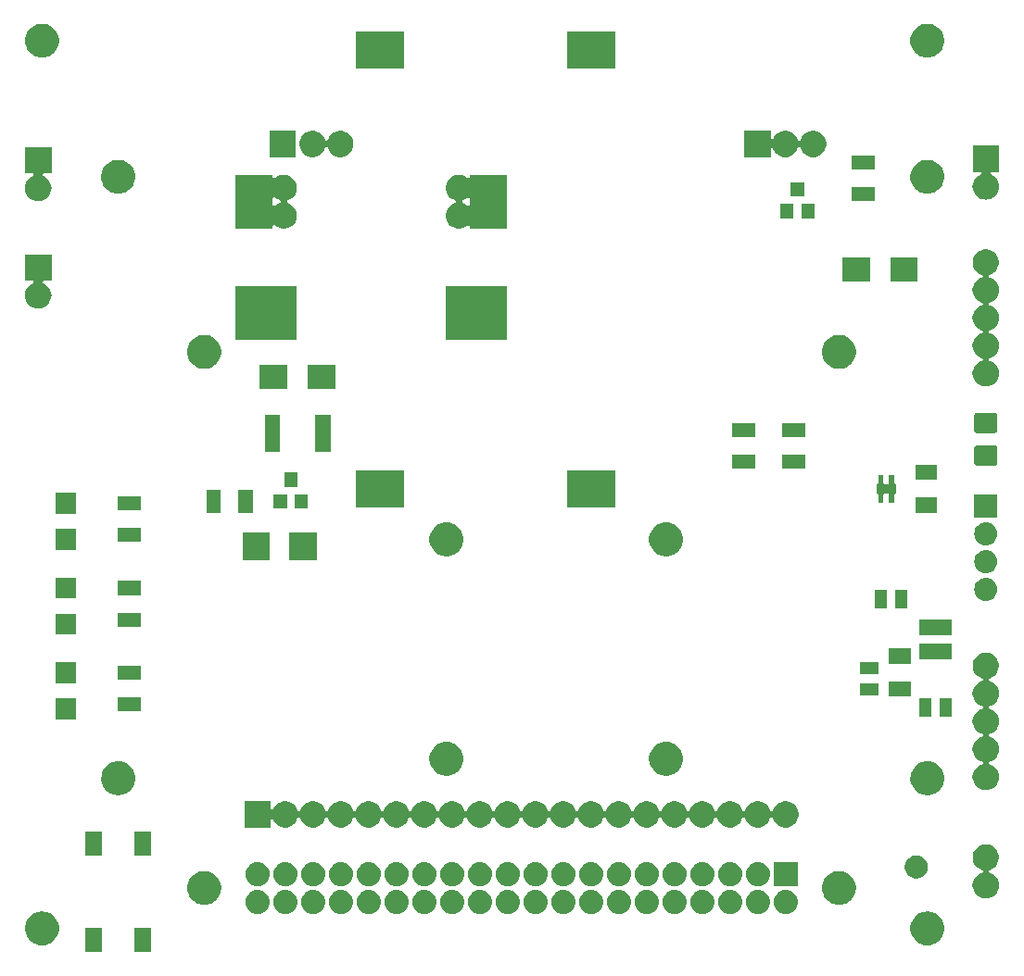
<source format=gts>
G04 #@! TF.GenerationSoftware,KiCad,Pcbnew,5.0.2-5.fc29*
G04 #@! TF.CreationDate,2019-08-22T23:49:55+02:00*
G04 #@! TF.ProjectId,backplane,6261636b-706c-4616-9e65-2e6b69636164,v2.1-1*
G04 #@! TF.SameCoordinates,Original*
G04 #@! TF.FileFunction,Soldermask,Top*
G04 #@! TF.FilePolarity,Negative*
%FSLAX46Y46*%
G04 Gerber Fmt 4.6, Leading zero omitted, Abs format (unit mm)*
G04 Created by KiCad (PCBNEW 5.0.2-5.fc29) date Thu 22 Aug 2019 11:49:55 PM CEST*
%MOMM*%
%LPD*%
G01*
G04 APERTURE LIST*
%ADD10C,0.100000*%
G04 APERTURE END LIST*
D10*
G36*
X128984000Y-152566000D02*
X127484000Y-152566000D01*
X127484000Y-150366000D01*
X128984000Y-150366000D01*
X128984000Y-152566000D01*
X128984000Y-152566000D01*
G37*
G36*
X124484000Y-152566000D02*
X122984000Y-152566000D01*
X122984000Y-150366000D01*
X124484000Y-150366000D01*
X124484000Y-152566000D01*
X124484000Y-152566000D01*
G37*
G36*
X119249481Y-148859855D02*
X119449118Y-148899565D01*
X119634091Y-148976184D01*
X119731201Y-149016408D01*
X119985071Y-149186038D01*
X120200962Y-149401929D01*
X120370592Y-149655799D01*
X120370592Y-149655800D01*
X120487435Y-149937882D01*
X120547000Y-150237338D01*
X120547000Y-150542662D01*
X120487435Y-150842118D01*
X120409540Y-151030173D01*
X120370592Y-151124201D01*
X120200962Y-151378071D01*
X119985071Y-151593962D01*
X119731201Y-151763592D01*
X119637173Y-151802540D01*
X119449118Y-151880435D01*
X119249481Y-151920145D01*
X119149663Y-151940000D01*
X118844337Y-151940000D01*
X118744519Y-151920145D01*
X118544882Y-151880435D01*
X118356827Y-151802540D01*
X118262799Y-151763592D01*
X118008929Y-151593962D01*
X117793038Y-151378071D01*
X117623408Y-151124201D01*
X117584460Y-151030173D01*
X117506565Y-150842118D01*
X117447000Y-150542662D01*
X117447000Y-150237338D01*
X117506565Y-149937882D01*
X117623408Y-149655800D01*
X117623408Y-149655799D01*
X117793038Y-149401929D01*
X118008929Y-149186038D01*
X118262799Y-149016408D01*
X118359909Y-148976184D01*
X118544882Y-148899565D01*
X118744519Y-148859855D01*
X118844337Y-148840000D01*
X119149663Y-148840000D01*
X119249481Y-148859855D01*
X119249481Y-148859855D01*
G37*
G36*
X200150481Y-148859855D02*
X200350118Y-148899565D01*
X200535091Y-148976184D01*
X200632201Y-149016408D01*
X200886071Y-149186038D01*
X201101962Y-149401929D01*
X201271592Y-149655799D01*
X201271592Y-149655800D01*
X201388435Y-149937882D01*
X201448000Y-150237338D01*
X201448000Y-150542662D01*
X201388435Y-150842118D01*
X201310540Y-151030173D01*
X201271592Y-151124201D01*
X201101962Y-151378071D01*
X200886071Y-151593962D01*
X200632201Y-151763592D01*
X200538173Y-151802540D01*
X200350118Y-151880435D01*
X200150481Y-151920145D01*
X200050663Y-151940000D01*
X199745337Y-151940000D01*
X199645519Y-151920145D01*
X199445882Y-151880435D01*
X199257827Y-151802540D01*
X199163799Y-151763592D01*
X198909929Y-151593962D01*
X198694038Y-151378071D01*
X198524408Y-151124201D01*
X198485460Y-151030173D01*
X198407565Y-150842118D01*
X198348000Y-150542662D01*
X198348000Y-150237338D01*
X198407565Y-149937882D01*
X198524408Y-149655800D01*
X198524408Y-149655799D01*
X198694038Y-149401929D01*
X198909929Y-149186038D01*
X199163799Y-149016408D01*
X199260909Y-148976184D01*
X199445882Y-148899565D01*
X199645519Y-148859855D01*
X199745337Y-148840000D01*
X200050663Y-148840000D01*
X200150481Y-148859855D01*
X200150481Y-148859855D01*
G37*
G36*
X166839639Y-146870916D02*
X167046986Y-146933815D01*
X167046988Y-146933816D01*
X167238084Y-147035958D01*
X167405581Y-147173419D01*
X167543042Y-147340916D01*
X167645184Y-147532012D01*
X167645185Y-147532014D01*
X167687974Y-147673068D01*
X167708084Y-147739362D01*
X167729322Y-147955000D01*
X167708084Y-148170638D01*
X167645184Y-148377988D01*
X167543042Y-148569084D01*
X167405581Y-148736581D01*
X167238084Y-148874042D01*
X167046988Y-148976184D01*
X167046986Y-148976185D01*
X166839639Y-149039084D01*
X166678038Y-149055000D01*
X166569962Y-149055000D01*
X166408361Y-149039084D01*
X166201014Y-148976185D01*
X166201012Y-148976184D01*
X166009916Y-148874042D01*
X165842419Y-148736581D01*
X165704958Y-148569084D01*
X165602816Y-148377988D01*
X165539916Y-148170638D01*
X165518678Y-147955000D01*
X165539916Y-147739362D01*
X165560026Y-147673068D01*
X165602815Y-147532014D01*
X165602816Y-147532012D01*
X165704958Y-147340916D01*
X165842419Y-147173419D01*
X166009916Y-147035958D01*
X166201012Y-146933816D01*
X166201014Y-146933815D01*
X166408361Y-146870916D01*
X166569962Y-146855000D01*
X166678038Y-146855000D01*
X166839639Y-146870916D01*
X166839639Y-146870916D01*
G37*
G36*
X161759639Y-146870916D02*
X161966986Y-146933815D01*
X161966988Y-146933816D01*
X162158084Y-147035958D01*
X162325581Y-147173419D01*
X162463042Y-147340916D01*
X162565184Y-147532012D01*
X162565185Y-147532014D01*
X162607974Y-147673068D01*
X162628084Y-147739362D01*
X162649322Y-147955000D01*
X162628084Y-148170638D01*
X162565184Y-148377988D01*
X162463042Y-148569084D01*
X162325581Y-148736581D01*
X162158084Y-148874042D01*
X161966988Y-148976184D01*
X161966986Y-148976185D01*
X161759639Y-149039084D01*
X161598038Y-149055000D01*
X161489962Y-149055000D01*
X161328361Y-149039084D01*
X161121014Y-148976185D01*
X161121012Y-148976184D01*
X160929916Y-148874042D01*
X160762419Y-148736581D01*
X160624958Y-148569084D01*
X160522816Y-148377988D01*
X160459916Y-148170638D01*
X160438678Y-147955000D01*
X160459916Y-147739362D01*
X160480026Y-147673068D01*
X160522815Y-147532014D01*
X160522816Y-147532012D01*
X160624958Y-147340916D01*
X160762419Y-147173419D01*
X160929916Y-147035958D01*
X161121012Y-146933816D01*
X161121014Y-146933815D01*
X161328361Y-146870916D01*
X161489962Y-146855000D01*
X161598038Y-146855000D01*
X161759639Y-146870916D01*
X161759639Y-146870916D01*
G37*
G36*
X187159639Y-146870916D02*
X187366986Y-146933815D01*
X187366988Y-146933816D01*
X187558084Y-147035958D01*
X187725581Y-147173419D01*
X187863042Y-147340916D01*
X187965184Y-147532012D01*
X187965185Y-147532014D01*
X188007974Y-147673068D01*
X188028084Y-147739362D01*
X188049322Y-147955000D01*
X188028084Y-148170638D01*
X187965184Y-148377988D01*
X187863042Y-148569084D01*
X187725581Y-148736581D01*
X187558084Y-148874042D01*
X187366988Y-148976184D01*
X187366986Y-148976185D01*
X187159639Y-149039084D01*
X186998038Y-149055000D01*
X186889962Y-149055000D01*
X186728361Y-149039084D01*
X186521014Y-148976185D01*
X186521012Y-148976184D01*
X186329916Y-148874042D01*
X186162419Y-148736581D01*
X186024958Y-148569084D01*
X185922816Y-148377988D01*
X185859916Y-148170638D01*
X185838678Y-147955000D01*
X185859916Y-147739362D01*
X185880026Y-147673068D01*
X185922815Y-147532014D01*
X185922816Y-147532012D01*
X186024958Y-147340916D01*
X186162419Y-147173419D01*
X186329916Y-147035958D01*
X186521012Y-146933816D01*
X186521014Y-146933815D01*
X186728361Y-146870916D01*
X186889962Y-146855000D01*
X186998038Y-146855000D01*
X187159639Y-146870916D01*
X187159639Y-146870916D01*
G37*
G36*
X184619639Y-146870916D02*
X184826986Y-146933815D01*
X184826988Y-146933816D01*
X185018084Y-147035958D01*
X185185581Y-147173419D01*
X185323042Y-147340916D01*
X185425184Y-147532012D01*
X185425185Y-147532014D01*
X185467974Y-147673068D01*
X185488084Y-147739362D01*
X185509322Y-147955000D01*
X185488084Y-148170638D01*
X185425184Y-148377988D01*
X185323042Y-148569084D01*
X185185581Y-148736581D01*
X185018084Y-148874042D01*
X184826988Y-148976184D01*
X184826986Y-148976185D01*
X184619639Y-149039084D01*
X184458038Y-149055000D01*
X184349962Y-149055000D01*
X184188361Y-149039084D01*
X183981014Y-148976185D01*
X183981012Y-148976184D01*
X183789916Y-148874042D01*
X183622419Y-148736581D01*
X183484958Y-148569084D01*
X183382816Y-148377988D01*
X183319916Y-148170638D01*
X183298678Y-147955000D01*
X183319916Y-147739362D01*
X183340026Y-147673068D01*
X183382815Y-147532014D01*
X183382816Y-147532012D01*
X183484958Y-147340916D01*
X183622419Y-147173419D01*
X183789916Y-147035958D01*
X183981012Y-146933816D01*
X183981014Y-146933815D01*
X184188361Y-146870916D01*
X184349962Y-146855000D01*
X184458038Y-146855000D01*
X184619639Y-146870916D01*
X184619639Y-146870916D01*
G37*
G36*
X182079639Y-146870916D02*
X182286986Y-146933815D01*
X182286988Y-146933816D01*
X182478084Y-147035958D01*
X182645581Y-147173419D01*
X182783042Y-147340916D01*
X182885184Y-147532012D01*
X182885185Y-147532014D01*
X182927974Y-147673068D01*
X182948084Y-147739362D01*
X182969322Y-147955000D01*
X182948084Y-148170638D01*
X182885184Y-148377988D01*
X182783042Y-148569084D01*
X182645581Y-148736581D01*
X182478084Y-148874042D01*
X182286988Y-148976184D01*
X182286986Y-148976185D01*
X182079639Y-149039084D01*
X181918038Y-149055000D01*
X181809962Y-149055000D01*
X181648361Y-149039084D01*
X181441014Y-148976185D01*
X181441012Y-148976184D01*
X181249916Y-148874042D01*
X181082419Y-148736581D01*
X180944958Y-148569084D01*
X180842816Y-148377988D01*
X180779916Y-148170638D01*
X180758678Y-147955000D01*
X180779916Y-147739362D01*
X180800026Y-147673068D01*
X180842815Y-147532014D01*
X180842816Y-147532012D01*
X180944958Y-147340916D01*
X181082419Y-147173419D01*
X181249916Y-147035958D01*
X181441012Y-146933816D01*
X181441014Y-146933815D01*
X181648361Y-146870916D01*
X181809962Y-146855000D01*
X181918038Y-146855000D01*
X182079639Y-146870916D01*
X182079639Y-146870916D01*
G37*
G36*
X179539639Y-146870916D02*
X179746986Y-146933815D01*
X179746988Y-146933816D01*
X179938084Y-147035958D01*
X180105581Y-147173419D01*
X180243042Y-147340916D01*
X180345184Y-147532012D01*
X180345185Y-147532014D01*
X180387974Y-147673068D01*
X180408084Y-147739362D01*
X180429322Y-147955000D01*
X180408084Y-148170638D01*
X180345184Y-148377988D01*
X180243042Y-148569084D01*
X180105581Y-148736581D01*
X179938084Y-148874042D01*
X179746988Y-148976184D01*
X179746986Y-148976185D01*
X179539639Y-149039084D01*
X179378038Y-149055000D01*
X179269962Y-149055000D01*
X179108361Y-149039084D01*
X178901014Y-148976185D01*
X178901012Y-148976184D01*
X178709916Y-148874042D01*
X178542419Y-148736581D01*
X178404958Y-148569084D01*
X178302816Y-148377988D01*
X178239916Y-148170638D01*
X178218678Y-147955000D01*
X178239916Y-147739362D01*
X178260026Y-147673068D01*
X178302815Y-147532014D01*
X178302816Y-147532012D01*
X178404958Y-147340916D01*
X178542419Y-147173419D01*
X178709916Y-147035958D01*
X178901012Y-146933816D01*
X178901014Y-146933815D01*
X179108361Y-146870916D01*
X179269962Y-146855000D01*
X179378038Y-146855000D01*
X179539639Y-146870916D01*
X179539639Y-146870916D01*
G37*
G36*
X176999639Y-146870916D02*
X177206986Y-146933815D01*
X177206988Y-146933816D01*
X177398084Y-147035958D01*
X177565581Y-147173419D01*
X177703042Y-147340916D01*
X177805184Y-147532012D01*
X177805185Y-147532014D01*
X177847974Y-147673068D01*
X177868084Y-147739362D01*
X177889322Y-147955000D01*
X177868084Y-148170638D01*
X177805184Y-148377988D01*
X177703042Y-148569084D01*
X177565581Y-148736581D01*
X177398084Y-148874042D01*
X177206988Y-148976184D01*
X177206986Y-148976185D01*
X176999639Y-149039084D01*
X176838038Y-149055000D01*
X176729962Y-149055000D01*
X176568361Y-149039084D01*
X176361014Y-148976185D01*
X176361012Y-148976184D01*
X176169916Y-148874042D01*
X176002419Y-148736581D01*
X175864958Y-148569084D01*
X175762816Y-148377988D01*
X175699916Y-148170638D01*
X175678678Y-147955000D01*
X175699916Y-147739362D01*
X175720026Y-147673068D01*
X175762815Y-147532014D01*
X175762816Y-147532012D01*
X175864958Y-147340916D01*
X176002419Y-147173419D01*
X176169916Y-147035958D01*
X176361012Y-146933816D01*
X176361014Y-146933815D01*
X176568361Y-146870916D01*
X176729962Y-146855000D01*
X176838038Y-146855000D01*
X176999639Y-146870916D01*
X176999639Y-146870916D01*
G37*
G36*
X174459639Y-146870916D02*
X174666986Y-146933815D01*
X174666988Y-146933816D01*
X174858084Y-147035958D01*
X175025581Y-147173419D01*
X175163042Y-147340916D01*
X175265184Y-147532012D01*
X175265185Y-147532014D01*
X175307974Y-147673068D01*
X175328084Y-147739362D01*
X175349322Y-147955000D01*
X175328084Y-148170638D01*
X175265184Y-148377988D01*
X175163042Y-148569084D01*
X175025581Y-148736581D01*
X174858084Y-148874042D01*
X174666988Y-148976184D01*
X174666986Y-148976185D01*
X174459639Y-149039084D01*
X174298038Y-149055000D01*
X174189962Y-149055000D01*
X174028361Y-149039084D01*
X173821014Y-148976185D01*
X173821012Y-148976184D01*
X173629916Y-148874042D01*
X173462419Y-148736581D01*
X173324958Y-148569084D01*
X173222816Y-148377988D01*
X173159916Y-148170638D01*
X173138678Y-147955000D01*
X173159916Y-147739362D01*
X173180026Y-147673068D01*
X173222815Y-147532014D01*
X173222816Y-147532012D01*
X173324958Y-147340916D01*
X173462419Y-147173419D01*
X173629916Y-147035958D01*
X173821012Y-146933816D01*
X173821014Y-146933815D01*
X174028361Y-146870916D01*
X174189962Y-146855000D01*
X174298038Y-146855000D01*
X174459639Y-146870916D01*
X174459639Y-146870916D01*
G37*
G36*
X171919639Y-146870916D02*
X172126986Y-146933815D01*
X172126988Y-146933816D01*
X172318084Y-147035958D01*
X172485581Y-147173419D01*
X172623042Y-147340916D01*
X172725184Y-147532012D01*
X172725185Y-147532014D01*
X172767974Y-147673068D01*
X172788084Y-147739362D01*
X172809322Y-147955000D01*
X172788084Y-148170638D01*
X172725184Y-148377988D01*
X172623042Y-148569084D01*
X172485581Y-148736581D01*
X172318084Y-148874042D01*
X172126988Y-148976184D01*
X172126986Y-148976185D01*
X171919639Y-149039084D01*
X171758038Y-149055000D01*
X171649962Y-149055000D01*
X171488361Y-149039084D01*
X171281014Y-148976185D01*
X171281012Y-148976184D01*
X171089916Y-148874042D01*
X170922419Y-148736581D01*
X170784958Y-148569084D01*
X170682816Y-148377988D01*
X170619916Y-148170638D01*
X170598678Y-147955000D01*
X170619916Y-147739362D01*
X170640026Y-147673068D01*
X170682815Y-147532014D01*
X170682816Y-147532012D01*
X170784958Y-147340916D01*
X170922419Y-147173419D01*
X171089916Y-147035958D01*
X171281012Y-146933816D01*
X171281014Y-146933815D01*
X171488361Y-146870916D01*
X171649962Y-146855000D01*
X171758038Y-146855000D01*
X171919639Y-146870916D01*
X171919639Y-146870916D01*
G37*
G36*
X169379639Y-146870916D02*
X169586986Y-146933815D01*
X169586988Y-146933816D01*
X169778084Y-147035958D01*
X169945581Y-147173419D01*
X170083042Y-147340916D01*
X170185184Y-147532012D01*
X170185185Y-147532014D01*
X170227974Y-147673068D01*
X170248084Y-147739362D01*
X170269322Y-147955000D01*
X170248084Y-148170638D01*
X170185184Y-148377988D01*
X170083042Y-148569084D01*
X169945581Y-148736581D01*
X169778084Y-148874042D01*
X169586988Y-148976184D01*
X169586986Y-148976185D01*
X169379639Y-149039084D01*
X169218038Y-149055000D01*
X169109962Y-149055000D01*
X168948361Y-149039084D01*
X168741014Y-148976185D01*
X168741012Y-148976184D01*
X168549916Y-148874042D01*
X168382419Y-148736581D01*
X168244958Y-148569084D01*
X168142816Y-148377988D01*
X168079916Y-148170638D01*
X168058678Y-147955000D01*
X168079916Y-147739362D01*
X168100026Y-147673068D01*
X168142815Y-147532014D01*
X168142816Y-147532012D01*
X168244958Y-147340916D01*
X168382419Y-147173419D01*
X168549916Y-147035958D01*
X168741012Y-146933816D01*
X168741014Y-146933815D01*
X168948361Y-146870916D01*
X169109962Y-146855000D01*
X169218038Y-146855000D01*
X169379639Y-146870916D01*
X169379639Y-146870916D01*
G37*
G36*
X164299639Y-146870916D02*
X164506986Y-146933815D01*
X164506988Y-146933816D01*
X164698084Y-147035958D01*
X164865581Y-147173419D01*
X165003042Y-147340916D01*
X165105184Y-147532012D01*
X165105185Y-147532014D01*
X165147974Y-147673068D01*
X165168084Y-147739362D01*
X165189322Y-147955000D01*
X165168084Y-148170638D01*
X165105184Y-148377988D01*
X165003042Y-148569084D01*
X164865581Y-148736581D01*
X164698084Y-148874042D01*
X164506988Y-148976184D01*
X164506986Y-148976185D01*
X164299639Y-149039084D01*
X164138038Y-149055000D01*
X164029962Y-149055000D01*
X163868361Y-149039084D01*
X163661014Y-148976185D01*
X163661012Y-148976184D01*
X163469916Y-148874042D01*
X163302419Y-148736581D01*
X163164958Y-148569084D01*
X163062816Y-148377988D01*
X162999916Y-148170638D01*
X162978678Y-147955000D01*
X162999916Y-147739362D01*
X163020026Y-147673068D01*
X163062815Y-147532014D01*
X163062816Y-147532012D01*
X163164958Y-147340916D01*
X163302419Y-147173419D01*
X163469916Y-147035958D01*
X163661012Y-146933816D01*
X163661014Y-146933815D01*
X163868361Y-146870916D01*
X164029962Y-146855000D01*
X164138038Y-146855000D01*
X164299639Y-146870916D01*
X164299639Y-146870916D01*
G37*
G36*
X159219639Y-146870916D02*
X159426986Y-146933815D01*
X159426988Y-146933816D01*
X159618084Y-147035958D01*
X159785581Y-147173419D01*
X159923042Y-147340916D01*
X160025184Y-147532012D01*
X160025185Y-147532014D01*
X160067974Y-147673068D01*
X160088084Y-147739362D01*
X160109322Y-147955000D01*
X160088084Y-148170638D01*
X160025184Y-148377988D01*
X159923042Y-148569084D01*
X159785581Y-148736581D01*
X159618084Y-148874042D01*
X159426988Y-148976184D01*
X159426986Y-148976185D01*
X159219639Y-149039084D01*
X159058038Y-149055000D01*
X158949962Y-149055000D01*
X158788361Y-149039084D01*
X158581014Y-148976185D01*
X158581012Y-148976184D01*
X158389916Y-148874042D01*
X158222419Y-148736581D01*
X158084958Y-148569084D01*
X157982816Y-148377988D01*
X157919916Y-148170638D01*
X157898678Y-147955000D01*
X157919916Y-147739362D01*
X157940026Y-147673068D01*
X157982815Y-147532014D01*
X157982816Y-147532012D01*
X158084958Y-147340916D01*
X158222419Y-147173419D01*
X158389916Y-147035958D01*
X158581012Y-146933816D01*
X158581014Y-146933815D01*
X158788361Y-146870916D01*
X158949962Y-146855000D01*
X159058038Y-146855000D01*
X159219639Y-146870916D01*
X159219639Y-146870916D01*
G37*
G36*
X156679639Y-146870916D02*
X156886986Y-146933815D01*
X156886988Y-146933816D01*
X157078084Y-147035958D01*
X157245581Y-147173419D01*
X157383042Y-147340916D01*
X157485184Y-147532012D01*
X157485185Y-147532014D01*
X157527974Y-147673068D01*
X157548084Y-147739362D01*
X157569322Y-147955000D01*
X157548084Y-148170638D01*
X157485184Y-148377988D01*
X157383042Y-148569084D01*
X157245581Y-148736581D01*
X157078084Y-148874042D01*
X156886988Y-148976184D01*
X156886986Y-148976185D01*
X156679639Y-149039084D01*
X156518038Y-149055000D01*
X156409962Y-149055000D01*
X156248361Y-149039084D01*
X156041014Y-148976185D01*
X156041012Y-148976184D01*
X155849916Y-148874042D01*
X155682419Y-148736581D01*
X155544958Y-148569084D01*
X155442816Y-148377988D01*
X155379916Y-148170638D01*
X155358678Y-147955000D01*
X155379916Y-147739362D01*
X155400026Y-147673068D01*
X155442815Y-147532014D01*
X155442816Y-147532012D01*
X155544958Y-147340916D01*
X155682419Y-147173419D01*
X155849916Y-147035958D01*
X156041012Y-146933816D01*
X156041014Y-146933815D01*
X156248361Y-146870916D01*
X156409962Y-146855000D01*
X156518038Y-146855000D01*
X156679639Y-146870916D01*
X156679639Y-146870916D01*
G37*
G36*
X154139639Y-146870916D02*
X154346986Y-146933815D01*
X154346988Y-146933816D01*
X154538084Y-147035958D01*
X154705581Y-147173419D01*
X154843042Y-147340916D01*
X154945184Y-147532012D01*
X154945185Y-147532014D01*
X154987974Y-147673068D01*
X155008084Y-147739362D01*
X155029322Y-147955000D01*
X155008084Y-148170638D01*
X154945184Y-148377988D01*
X154843042Y-148569084D01*
X154705581Y-148736581D01*
X154538084Y-148874042D01*
X154346988Y-148976184D01*
X154346986Y-148976185D01*
X154139639Y-149039084D01*
X153978038Y-149055000D01*
X153869962Y-149055000D01*
X153708361Y-149039084D01*
X153501014Y-148976185D01*
X153501012Y-148976184D01*
X153309916Y-148874042D01*
X153142419Y-148736581D01*
X153004958Y-148569084D01*
X152902816Y-148377988D01*
X152839916Y-148170638D01*
X152818678Y-147955000D01*
X152839916Y-147739362D01*
X152860026Y-147673068D01*
X152902815Y-147532014D01*
X152902816Y-147532012D01*
X153004958Y-147340916D01*
X153142419Y-147173419D01*
X153309916Y-147035958D01*
X153501012Y-146933816D01*
X153501014Y-146933815D01*
X153708361Y-146870916D01*
X153869962Y-146855000D01*
X153978038Y-146855000D01*
X154139639Y-146870916D01*
X154139639Y-146870916D01*
G37*
G36*
X151599639Y-146870916D02*
X151806986Y-146933815D01*
X151806988Y-146933816D01*
X151998084Y-147035958D01*
X152165581Y-147173419D01*
X152303042Y-147340916D01*
X152405184Y-147532012D01*
X152405185Y-147532014D01*
X152447974Y-147673068D01*
X152468084Y-147739362D01*
X152489322Y-147955000D01*
X152468084Y-148170638D01*
X152405184Y-148377988D01*
X152303042Y-148569084D01*
X152165581Y-148736581D01*
X151998084Y-148874042D01*
X151806988Y-148976184D01*
X151806986Y-148976185D01*
X151599639Y-149039084D01*
X151438038Y-149055000D01*
X151329962Y-149055000D01*
X151168361Y-149039084D01*
X150961014Y-148976185D01*
X150961012Y-148976184D01*
X150769916Y-148874042D01*
X150602419Y-148736581D01*
X150464958Y-148569084D01*
X150362816Y-148377988D01*
X150299916Y-148170638D01*
X150278678Y-147955000D01*
X150299916Y-147739362D01*
X150320026Y-147673068D01*
X150362815Y-147532014D01*
X150362816Y-147532012D01*
X150464958Y-147340916D01*
X150602419Y-147173419D01*
X150769916Y-147035958D01*
X150961012Y-146933816D01*
X150961014Y-146933815D01*
X151168361Y-146870916D01*
X151329962Y-146855000D01*
X151438038Y-146855000D01*
X151599639Y-146870916D01*
X151599639Y-146870916D01*
G37*
G36*
X149059639Y-146870916D02*
X149266986Y-146933815D01*
X149266988Y-146933816D01*
X149458084Y-147035958D01*
X149625581Y-147173419D01*
X149763042Y-147340916D01*
X149865184Y-147532012D01*
X149865185Y-147532014D01*
X149907974Y-147673068D01*
X149928084Y-147739362D01*
X149949322Y-147955000D01*
X149928084Y-148170638D01*
X149865184Y-148377988D01*
X149763042Y-148569084D01*
X149625581Y-148736581D01*
X149458084Y-148874042D01*
X149266988Y-148976184D01*
X149266986Y-148976185D01*
X149059639Y-149039084D01*
X148898038Y-149055000D01*
X148789962Y-149055000D01*
X148628361Y-149039084D01*
X148421014Y-148976185D01*
X148421012Y-148976184D01*
X148229916Y-148874042D01*
X148062419Y-148736581D01*
X147924958Y-148569084D01*
X147822816Y-148377988D01*
X147759916Y-148170638D01*
X147738678Y-147955000D01*
X147759916Y-147739362D01*
X147780026Y-147673068D01*
X147822815Y-147532014D01*
X147822816Y-147532012D01*
X147924958Y-147340916D01*
X148062419Y-147173419D01*
X148229916Y-147035958D01*
X148421012Y-146933816D01*
X148421014Y-146933815D01*
X148628361Y-146870916D01*
X148789962Y-146855000D01*
X148898038Y-146855000D01*
X149059639Y-146870916D01*
X149059639Y-146870916D01*
G37*
G36*
X146519639Y-146870916D02*
X146726986Y-146933815D01*
X146726988Y-146933816D01*
X146918084Y-147035958D01*
X147085581Y-147173419D01*
X147223042Y-147340916D01*
X147325184Y-147532012D01*
X147325185Y-147532014D01*
X147367974Y-147673068D01*
X147388084Y-147739362D01*
X147409322Y-147955000D01*
X147388084Y-148170638D01*
X147325184Y-148377988D01*
X147223042Y-148569084D01*
X147085581Y-148736581D01*
X146918084Y-148874042D01*
X146726988Y-148976184D01*
X146726986Y-148976185D01*
X146519639Y-149039084D01*
X146358038Y-149055000D01*
X146249962Y-149055000D01*
X146088361Y-149039084D01*
X145881014Y-148976185D01*
X145881012Y-148976184D01*
X145689916Y-148874042D01*
X145522419Y-148736581D01*
X145384958Y-148569084D01*
X145282816Y-148377988D01*
X145219916Y-148170638D01*
X145198678Y-147955000D01*
X145219916Y-147739362D01*
X145240026Y-147673068D01*
X145282815Y-147532014D01*
X145282816Y-147532012D01*
X145384958Y-147340916D01*
X145522419Y-147173419D01*
X145689916Y-147035958D01*
X145881012Y-146933816D01*
X145881014Y-146933815D01*
X146088361Y-146870916D01*
X146249962Y-146855000D01*
X146358038Y-146855000D01*
X146519639Y-146870916D01*
X146519639Y-146870916D01*
G37*
G36*
X141439639Y-146870916D02*
X141646986Y-146933815D01*
X141646988Y-146933816D01*
X141838084Y-147035958D01*
X142005581Y-147173419D01*
X142143042Y-147340916D01*
X142245184Y-147532012D01*
X142245185Y-147532014D01*
X142287974Y-147673068D01*
X142308084Y-147739362D01*
X142329322Y-147955000D01*
X142308084Y-148170638D01*
X142245184Y-148377988D01*
X142143042Y-148569084D01*
X142005581Y-148736581D01*
X141838084Y-148874042D01*
X141646988Y-148976184D01*
X141646986Y-148976185D01*
X141439639Y-149039084D01*
X141278038Y-149055000D01*
X141169962Y-149055000D01*
X141008361Y-149039084D01*
X140801014Y-148976185D01*
X140801012Y-148976184D01*
X140609916Y-148874042D01*
X140442419Y-148736581D01*
X140304958Y-148569084D01*
X140202816Y-148377988D01*
X140139916Y-148170638D01*
X140118678Y-147955000D01*
X140139916Y-147739362D01*
X140160026Y-147673068D01*
X140202815Y-147532014D01*
X140202816Y-147532012D01*
X140304958Y-147340916D01*
X140442419Y-147173419D01*
X140609916Y-147035958D01*
X140801012Y-146933816D01*
X140801014Y-146933815D01*
X141008361Y-146870916D01*
X141169962Y-146855000D01*
X141278038Y-146855000D01*
X141439639Y-146870916D01*
X141439639Y-146870916D01*
G37*
G36*
X138899639Y-146870916D02*
X139106986Y-146933815D01*
X139106988Y-146933816D01*
X139298084Y-147035958D01*
X139465581Y-147173419D01*
X139603042Y-147340916D01*
X139705184Y-147532012D01*
X139705185Y-147532014D01*
X139747974Y-147673068D01*
X139768084Y-147739362D01*
X139789322Y-147955000D01*
X139768084Y-148170638D01*
X139705184Y-148377988D01*
X139603042Y-148569084D01*
X139465581Y-148736581D01*
X139298084Y-148874042D01*
X139106988Y-148976184D01*
X139106986Y-148976185D01*
X138899639Y-149039084D01*
X138738038Y-149055000D01*
X138629962Y-149055000D01*
X138468361Y-149039084D01*
X138261014Y-148976185D01*
X138261012Y-148976184D01*
X138069916Y-148874042D01*
X137902419Y-148736581D01*
X137764958Y-148569084D01*
X137662816Y-148377988D01*
X137599916Y-148170638D01*
X137578678Y-147955000D01*
X137599916Y-147739362D01*
X137620026Y-147673068D01*
X137662815Y-147532014D01*
X137662816Y-147532012D01*
X137764958Y-147340916D01*
X137902419Y-147173419D01*
X138069916Y-147035958D01*
X138261012Y-146933816D01*
X138261014Y-146933815D01*
X138468361Y-146870916D01*
X138629962Y-146855000D01*
X138738038Y-146855000D01*
X138899639Y-146870916D01*
X138899639Y-146870916D01*
G37*
G36*
X143979639Y-146870916D02*
X144186986Y-146933815D01*
X144186988Y-146933816D01*
X144378084Y-147035958D01*
X144545581Y-147173419D01*
X144683042Y-147340916D01*
X144785184Y-147532012D01*
X144785185Y-147532014D01*
X144827974Y-147673068D01*
X144848084Y-147739362D01*
X144869322Y-147955000D01*
X144848084Y-148170638D01*
X144785184Y-148377988D01*
X144683042Y-148569084D01*
X144545581Y-148736581D01*
X144378084Y-148874042D01*
X144186988Y-148976184D01*
X144186986Y-148976185D01*
X143979639Y-149039084D01*
X143818038Y-149055000D01*
X143709962Y-149055000D01*
X143548361Y-149039084D01*
X143341014Y-148976185D01*
X143341012Y-148976184D01*
X143149916Y-148874042D01*
X142982419Y-148736581D01*
X142844958Y-148569084D01*
X142742816Y-148377988D01*
X142679916Y-148170638D01*
X142658678Y-147955000D01*
X142679916Y-147739362D01*
X142700026Y-147673068D01*
X142742815Y-147532014D01*
X142742816Y-147532012D01*
X142844958Y-147340916D01*
X142982419Y-147173419D01*
X143149916Y-147035958D01*
X143341012Y-146933816D01*
X143341014Y-146933815D01*
X143548361Y-146870916D01*
X143709962Y-146855000D01*
X143818038Y-146855000D01*
X143979639Y-146870916D01*
X143979639Y-146870916D01*
G37*
G36*
X192052052Y-145151985D02*
X192266118Y-145194565D01*
X192406286Y-145252625D01*
X192548201Y-145311408D01*
X192802071Y-145481038D01*
X193017962Y-145696929D01*
X193187592Y-145950799D01*
X193187592Y-145950800D01*
X193304435Y-146232882D01*
X193304435Y-146232884D01*
X193364000Y-146532337D01*
X193364000Y-146837663D01*
X193353104Y-146892442D01*
X193304435Y-147137118D01*
X193226540Y-147325173D01*
X193187592Y-147419201D01*
X193017962Y-147673071D01*
X192802071Y-147888962D01*
X192548201Y-148058592D01*
X192454173Y-148097540D01*
X192266118Y-148175435D01*
X192066481Y-148215145D01*
X191966663Y-148235000D01*
X191661337Y-148235000D01*
X191561519Y-148215145D01*
X191361882Y-148175435D01*
X191173827Y-148097540D01*
X191079799Y-148058592D01*
X190825929Y-147888962D01*
X190610038Y-147673071D01*
X190440408Y-147419201D01*
X190401460Y-147325173D01*
X190323565Y-147137118D01*
X190274896Y-146892442D01*
X190264000Y-146837663D01*
X190264000Y-146532337D01*
X190323565Y-146232884D01*
X190323565Y-146232882D01*
X190440408Y-145950800D01*
X190440408Y-145950799D01*
X190610038Y-145696929D01*
X190825929Y-145481038D01*
X191079799Y-145311408D01*
X191221714Y-145252625D01*
X191361882Y-145194565D01*
X191575948Y-145151985D01*
X191661337Y-145135000D01*
X191966663Y-145135000D01*
X192052052Y-145151985D01*
X192052052Y-145151985D01*
G37*
G36*
X134052052Y-145151985D02*
X134266118Y-145194565D01*
X134406286Y-145252625D01*
X134548201Y-145311408D01*
X134802071Y-145481038D01*
X135017962Y-145696929D01*
X135187592Y-145950799D01*
X135187592Y-145950800D01*
X135304435Y-146232882D01*
X135304435Y-146232884D01*
X135364000Y-146532337D01*
X135364000Y-146837663D01*
X135353104Y-146892442D01*
X135304435Y-147137118D01*
X135226540Y-147325173D01*
X135187592Y-147419201D01*
X135017962Y-147673071D01*
X134802071Y-147888962D01*
X134548201Y-148058592D01*
X134454173Y-148097540D01*
X134266118Y-148175435D01*
X134066481Y-148215145D01*
X133966663Y-148235000D01*
X133661337Y-148235000D01*
X133561519Y-148215145D01*
X133361882Y-148175435D01*
X133173827Y-148097540D01*
X133079799Y-148058592D01*
X132825929Y-147888962D01*
X132610038Y-147673071D01*
X132440408Y-147419201D01*
X132401460Y-147325173D01*
X132323565Y-147137118D01*
X132274896Y-146892442D01*
X132264000Y-146837663D01*
X132264000Y-146532337D01*
X132323565Y-146232884D01*
X132323565Y-146232882D01*
X132440408Y-145950800D01*
X132440408Y-145950799D01*
X132610038Y-145696929D01*
X132825929Y-145481038D01*
X133079799Y-145311408D01*
X133221714Y-145252625D01*
X133361882Y-145194565D01*
X133575948Y-145151985D01*
X133661337Y-145135000D01*
X133966663Y-145135000D01*
X134052052Y-145151985D01*
X134052052Y-145151985D01*
G37*
G36*
X205582026Y-142737115D02*
X205800412Y-142827573D01*
X205996958Y-142958901D01*
X206164099Y-143126042D01*
X206295427Y-143322588D01*
X206385885Y-143540974D01*
X206432000Y-143772809D01*
X206432000Y-144009191D01*
X206385885Y-144241026D01*
X206295427Y-144459412D01*
X206164099Y-144655958D01*
X205996958Y-144823099D01*
X205800412Y-144954427D01*
X205572690Y-145048752D01*
X205551079Y-145060303D01*
X205532137Y-145075848D01*
X205516591Y-145094790D01*
X205505040Y-145116401D01*
X205497927Y-145139850D01*
X205495525Y-145164237D01*
X205497927Y-145188623D01*
X205505040Y-145212072D01*
X205516591Y-145233683D01*
X205532136Y-145252625D01*
X205551078Y-145268171D01*
X205572689Y-145279722D01*
X205584233Y-145283852D01*
X205675070Y-145311408D01*
X205693445Y-145316982D01*
X205901910Y-145428408D01*
X206084634Y-145578366D01*
X206234592Y-145761090D01*
X206346017Y-145969553D01*
X206346018Y-145969556D01*
X206346019Y-145969558D01*
X206414637Y-146195759D01*
X206437806Y-146431000D01*
X206414637Y-146666241D01*
X206346019Y-146892442D01*
X206346017Y-146892447D01*
X206234592Y-147100910D01*
X206084634Y-147283634D01*
X205901910Y-147433592D01*
X205693447Y-147545017D01*
X205693444Y-147545018D01*
X205693442Y-147545019D01*
X205467241Y-147613637D01*
X205326208Y-147627527D01*
X205290951Y-147631000D01*
X205173049Y-147631000D01*
X205137792Y-147627527D01*
X204996759Y-147613637D01*
X204770558Y-147545019D01*
X204770556Y-147545018D01*
X204770553Y-147545017D01*
X204562090Y-147433592D01*
X204379366Y-147283634D01*
X204229408Y-147100910D01*
X204117983Y-146892447D01*
X204117981Y-146892442D01*
X204049363Y-146666241D01*
X204026194Y-146431000D01*
X204049363Y-146195759D01*
X204117981Y-145969558D01*
X204117982Y-145969556D01*
X204117983Y-145969553D01*
X204229408Y-145761090D01*
X204379366Y-145578366D01*
X204562090Y-145428408D01*
X204770555Y-145316982D01*
X204788930Y-145311408D01*
X204879764Y-145283854D01*
X204902400Y-145274477D01*
X204922774Y-145260863D01*
X204940101Y-145243536D01*
X204953715Y-145223162D01*
X204963093Y-145200523D01*
X204967873Y-145176489D01*
X204967873Y-145151985D01*
X204963093Y-145127952D01*
X204953715Y-145105312D01*
X204940101Y-145084938D01*
X204922774Y-145067611D01*
X204902400Y-145053997D01*
X204891310Y-145048752D01*
X204663588Y-144954427D01*
X204467042Y-144823099D01*
X204299901Y-144655958D01*
X204168573Y-144459412D01*
X204078115Y-144241026D01*
X204032000Y-144009191D01*
X204032000Y-143772809D01*
X204078115Y-143540974D01*
X204168573Y-143322588D01*
X204299901Y-143126042D01*
X204467042Y-142958901D01*
X204663588Y-142827573D01*
X204881974Y-142737115D01*
X205113809Y-142691000D01*
X205350191Y-142691000D01*
X205582026Y-142737115D01*
X205582026Y-142737115D01*
G37*
G36*
X156679639Y-144330916D02*
X156886986Y-144393815D01*
X156886988Y-144393816D01*
X157078084Y-144495958D01*
X157245581Y-144633419D01*
X157383042Y-144800916D01*
X157485184Y-144992012D01*
X157485185Y-144992014D01*
X157548084Y-145199361D01*
X157569322Y-145415000D01*
X157548084Y-145630639D01*
X157487608Y-145830000D01*
X157485184Y-145837988D01*
X157383042Y-146029084D01*
X157245581Y-146196581D01*
X157078084Y-146334042D01*
X156886988Y-146436184D01*
X156886986Y-146436185D01*
X156679639Y-146499084D01*
X156518038Y-146515000D01*
X156409962Y-146515000D01*
X156248361Y-146499084D01*
X156041014Y-146436185D01*
X156041012Y-146436184D01*
X155849916Y-146334042D01*
X155682419Y-146196581D01*
X155544958Y-146029084D01*
X155442816Y-145837988D01*
X155440393Y-145830000D01*
X155379916Y-145630639D01*
X155358678Y-145415000D01*
X155379916Y-145199361D01*
X155442815Y-144992014D01*
X155442816Y-144992012D01*
X155544958Y-144800916D01*
X155682419Y-144633419D01*
X155849916Y-144495958D01*
X156041012Y-144393816D01*
X156041014Y-144393815D01*
X156248361Y-144330916D01*
X156409962Y-144315000D01*
X156518038Y-144315000D01*
X156679639Y-144330916D01*
X156679639Y-144330916D01*
G37*
G36*
X138899639Y-144330916D02*
X139106986Y-144393815D01*
X139106988Y-144393816D01*
X139298084Y-144495958D01*
X139465581Y-144633419D01*
X139603042Y-144800916D01*
X139705184Y-144992012D01*
X139705185Y-144992014D01*
X139768084Y-145199361D01*
X139789322Y-145415000D01*
X139768084Y-145630639D01*
X139707608Y-145830000D01*
X139705184Y-145837988D01*
X139603042Y-146029084D01*
X139465581Y-146196581D01*
X139298084Y-146334042D01*
X139106988Y-146436184D01*
X139106986Y-146436185D01*
X138899639Y-146499084D01*
X138738038Y-146515000D01*
X138629962Y-146515000D01*
X138468361Y-146499084D01*
X138261014Y-146436185D01*
X138261012Y-146436184D01*
X138069916Y-146334042D01*
X137902419Y-146196581D01*
X137764958Y-146029084D01*
X137662816Y-145837988D01*
X137660393Y-145830000D01*
X137599916Y-145630639D01*
X137578678Y-145415000D01*
X137599916Y-145199361D01*
X137662815Y-144992014D01*
X137662816Y-144992012D01*
X137764958Y-144800916D01*
X137902419Y-144633419D01*
X138069916Y-144495958D01*
X138261012Y-144393816D01*
X138261014Y-144393815D01*
X138468361Y-144330916D01*
X138629962Y-144315000D01*
X138738038Y-144315000D01*
X138899639Y-144330916D01*
X138899639Y-144330916D01*
G37*
G36*
X141439639Y-144330916D02*
X141646986Y-144393815D01*
X141646988Y-144393816D01*
X141838084Y-144495958D01*
X142005581Y-144633419D01*
X142143042Y-144800916D01*
X142245184Y-144992012D01*
X142245185Y-144992014D01*
X142308084Y-145199361D01*
X142329322Y-145415000D01*
X142308084Y-145630639D01*
X142247608Y-145830000D01*
X142245184Y-145837988D01*
X142143042Y-146029084D01*
X142005581Y-146196581D01*
X141838084Y-146334042D01*
X141646988Y-146436184D01*
X141646986Y-146436185D01*
X141439639Y-146499084D01*
X141278038Y-146515000D01*
X141169962Y-146515000D01*
X141008361Y-146499084D01*
X140801014Y-146436185D01*
X140801012Y-146436184D01*
X140609916Y-146334042D01*
X140442419Y-146196581D01*
X140304958Y-146029084D01*
X140202816Y-145837988D01*
X140200393Y-145830000D01*
X140139916Y-145630639D01*
X140118678Y-145415000D01*
X140139916Y-145199361D01*
X140202815Y-144992014D01*
X140202816Y-144992012D01*
X140304958Y-144800916D01*
X140442419Y-144633419D01*
X140609916Y-144495958D01*
X140801012Y-144393816D01*
X140801014Y-144393815D01*
X141008361Y-144330916D01*
X141169962Y-144315000D01*
X141278038Y-144315000D01*
X141439639Y-144330916D01*
X141439639Y-144330916D01*
G37*
G36*
X146519639Y-144330916D02*
X146726986Y-144393815D01*
X146726988Y-144393816D01*
X146918084Y-144495958D01*
X147085581Y-144633419D01*
X147223042Y-144800916D01*
X147325184Y-144992012D01*
X147325185Y-144992014D01*
X147388084Y-145199361D01*
X147409322Y-145415000D01*
X147388084Y-145630639D01*
X147327608Y-145830000D01*
X147325184Y-145837988D01*
X147223042Y-146029084D01*
X147085581Y-146196581D01*
X146918084Y-146334042D01*
X146726988Y-146436184D01*
X146726986Y-146436185D01*
X146519639Y-146499084D01*
X146358038Y-146515000D01*
X146249962Y-146515000D01*
X146088361Y-146499084D01*
X145881014Y-146436185D01*
X145881012Y-146436184D01*
X145689916Y-146334042D01*
X145522419Y-146196581D01*
X145384958Y-146029084D01*
X145282816Y-145837988D01*
X145280393Y-145830000D01*
X145219916Y-145630639D01*
X145198678Y-145415000D01*
X145219916Y-145199361D01*
X145282815Y-144992014D01*
X145282816Y-144992012D01*
X145384958Y-144800916D01*
X145522419Y-144633419D01*
X145689916Y-144495958D01*
X145881012Y-144393816D01*
X145881014Y-144393815D01*
X146088361Y-144330916D01*
X146249962Y-144315000D01*
X146358038Y-144315000D01*
X146519639Y-144330916D01*
X146519639Y-144330916D01*
G37*
G36*
X143979639Y-144330916D02*
X144186986Y-144393815D01*
X144186988Y-144393816D01*
X144378084Y-144495958D01*
X144545581Y-144633419D01*
X144683042Y-144800916D01*
X144785184Y-144992012D01*
X144785185Y-144992014D01*
X144848084Y-145199361D01*
X144869322Y-145415000D01*
X144848084Y-145630639D01*
X144787608Y-145830000D01*
X144785184Y-145837988D01*
X144683042Y-146029084D01*
X144545581Y-146196581D01*
X144378084Y-146334042D01*
X144186988Y-146436184D01*
X144186986Y-146436185D01*
X143979639Y-146499084D01*
X143818038Y-146515000D01*
X143709962Y-146515000D01*
X143548361Y-146499084D01*
X143341014Y-146436185D01*
X143341012Y-146436184D01*
X143149916Y-146334042D01*
X142982419Y-146196581D01*
X142844958Y-146029084D01*
X142742816Y-145837988D01*
X142740393Y-145830000D01*
X142679916Y-145630639D01*
X142658678Y-145415000D01*
X142679916Y-145199361D01*
X142742815Y-144992014D01*
X142742816Y-144992012D01*
X142844958Y-144800916D01*
X142982419Y-144633419D01*
X143149916Y-144495958D01*
X143341012Y-144393816D01*
X143341014Y-144393815D01*
X143548361Y-144330916D01*
X143709962Y-144315000D01*
X143818038Y-144315000D01*
X143979639Y-144330916D01*
X143979639Y-144330916D01*
G37*
G36*
X151599639Y-144330916D02*
X151806986Y-144393815D01*
X151806988Y-144393816D01*
X151998084Y-144495958D01*
X152165581Y-144633419D01*
X152303042Y-144800916D01*
X152405184Y-144992012D01*
X152405185Y-144992014D01*
X152468084Y-145199361D01*
X152489322Y-145415000D01*
X152468084Y-145630639D01*
X152407608Y-145830000D01*
X152405184Y-145837988D01*
X152303042Y-146029084D01*
X152165581Y-146196581D01*
X151998084Y-146334042D01*
X151806988Y-146436184D01*
X151806986Y-146436185D01*
X151599639Y-146499084D01*
X151438038Y-146515000D01*
X151329962Y-146515000D01*
X151168361Y-146499084D01*
X150961014Y-146436185D01*
X150961012Y-146436184D01*
X150769916Y-146334042D01*
X150602419Y-146196581D01*
X150464958Y-146029084D01*
X150362816Y-145837988D01*
X150360393Y-145830000D01*
X150299916Y-145630639D01*
X150278678Y-145415000D01*
X150299916Y-145199361D01*
X150362815Y-144992014D01*
X150362816Y-144992012D01*
X150464958Y-144800916D01*
X150602419Y-144633419D01*
X150769916Y-144495958D01*
X150961012Y-144393816D01*
X150961014Y-144393815D01*
X151168361Y-144330916D01*
X151329962Y-144315000D01*
X151438038Y-144315000D01*
X151599639Y-144330916D01*
X151599639Y-144330916D01*
G37*
G36*
X149059639Y-144330916D02*
X149266986Y-144393815D01*
X149266988Y-144393816D01*
X149458084Y-144495958D01*
X149625581Y-144633419D01*
X149763042Y-144800916D01*
X149865184Y-144992012D01*
X149865185Y-144992014D01*
X149928084Y-145199361D01*
X149949322Y-145415000D01*
X149928084Y-145630639D01*
X149867608Y-145830000D01*
X149865184Y-145837988D01*
X149763042Y-146029084D01*
X149625581Y-146196581D01*
X149458084Y-146334042D01*
X149266988Y-146436184D01*
X149266986Y-146436185D01*
X149059639Y-146499084D01*
X148898038Y-146515000D01*
X148789962Y-146515000D01*
X148628361Y-146499084D01*
X148421014Y-146436185D01*
X148421012Y-146436184D01*
X148229916Y-146334042D01*
X148062419Y-146196581D01*
X147924958Y-146029084D01*
X147822816Y-145837988D01*
X147820393Y-145830000D01*
X147759916Y-145630639D01*
X147738678Y-145415000D01*
X147759916Y-145199361D01*
X147822815Y-144992014D01*
X147822816Y-144992012D01*
X147924958Y-144800916D01*
X148062419Y-144633419D01*
X148229916Y-144495958D01*
X148421012Y-144393816D01*
X148421014Y-144393815D01*
X148628361Y-144330916D01*
X148789962Y-144315000D01*
X148898038Y-144315000D01*
X149059639Y-144330916D01*
X149059639Y-144330916D01*
G37*
G36*
X174459639Y-144330916D02*
X174666986Y-144393815D01*
X174666988Y-144393816D01*
X174858084Y-144495958D01*
X175025581Y-144633419D01*
X175163042Y-144800916D01*
X175265184Y-144992012D01*
X175265185Y-144992014D01*
X175328084Y-145199361D01*
X175349322Y-145415000D01*
X175328084Y-145630639D01*
X175267608Y-145830000D01*
X175265184Y-145837988D01*
X175163042Y-146029084D01*
X175025581Y-146196581D01*
X174858084Y-146334042D01*
X174666988Y-146436184D01*
X174666986Y-146436185D01*
X174459639Y-146499084D01*
X174298038Y-146515000D01*
X174189962Y-146515000D01*
X174028361Y-146499084D01*
X173821014Y-146436185D01*
X173821012Y-146436184D01*
X173629916Y-146334042D01*
X173462419Y-146196581D01*
X173324958Y-146029084D01*
X173222816Y-145837988D01*
X173220393Y-145830000D01*
X173159916Y-145630639D01*
X173138678Y-145415000D01*
X173159916Y-145199361D01*
X173222815Y-144992014D01*
X173222816Y-144992012D01*
X173324958Y-144800916D01*
X173462419Y-144633419D01*
X173629916Y-144495958D01*
X173821012Y-144393816D01*
X173821014Y-144393815D01*
X174028361Y-144330916D01*
X174189962Y-144315000D01*
X174298038Y-144315000D01*
X174459639Y-144330916D01*
X174459639Y-144330916D01*
G37*
G36*
X176999639Y-144330916D02*
X177206986Y-144393815D01*
X177206988Y-144393816D01*
X177398084Y-144495958D01*
X177565581Y-144633419D01*
X177703042Y-144800916D01*
X177805184Y-144992012D01*
X177805185Y-144992014D01*
X177868084Y-145199361D01*
X177889322Y-145415000D01*
X177868084Y-145630639D01*
X177807608Y-145830000D01*
X177805184Y-145837988D01*
X177703042Y-146029084D01*
X177565581Y-146196581D01*
X177398084Y-146334042D01*
X177206988Y-146436184D01*
X177206986Y-146436185D01*
X176999639Y-146499084D01*
X176838038Y-146515000D01*
X176729962Y-146515000D01*
X176568361Y-146499084D01*
X176361014Y-146436185D01*
X176361012Y-146436184D01*
X176169916Y-146334042D01*
X176002419Y-146196581D01*
X175864958Y-146029084D01*
X175762816Y-145837988D01*
X175760393Y-145830000D01*
X175699916Y-145630639D01*
X175678678Y-145415000D01*
X175699916Y-145199361D01*
X175762815Y-144992014D01*
X175762816Y-144992012D01*
X175864958Y-144800916D01*
X176002419Y-144633419D01*
X176169916Y-144495958D01*
X176361012Y-144393816D01*
X176361014Y-144393815D01*
X176568361Y-144330916D01*
X176729962Y-144315000D01*
X176838038Y-144315000D01*
X176999639Y-144330916D01*
X176999639Y-144330916D01*
G37*
G36*
X171919639Y-144330916D02*
X172126986Y-144393815D01*
X172126988Y-144393816D01*
X172318084Y-144495958D01*
X172485581Y-144633419D01*
X172623042Y-144800916D01*
X172725184Y-144992012D01*
X172725185Y-144992014D01*
X172788084Y-145199361D01*
X172809322Y-145415000D01*
X172788084Y-145630639D01*
X172727608Y-145830000D01*
X172725184Y-145837988D01*
X172623042Y-146029084D01*
X172485581Y-146196581D01*
X172318084Y-146334042D01*
X172126988Y-146436184D01*
X172126986Y-146436185D01*
X171919639Y-146499084D01*
X171758038Y-146515000D01*
X171649962Y-146515000D01*
X171488361Y-146499084D01*
X171281014Y-146436185D01*
X171281012Y-146436184D01*
X171089916Y-146334042D01*
X170922419Y-146196581D01*
X170784958Y-146029084D01*
X170682816Y-145837988D01*
X170680393Y-145830000D01*
X170619916Y-145630639D01*
X170598678Y-145415000D01*
X170619916Y-145199361D01*
X170682815Y-144992014D01*
X170682816Y-144992012D01*
X170784958Y-144800916D01*
X170922419Y-144633419D01*
X171089916Y-144495958D01*
X171281012Y-144393816D01*
X171281014Y-144393815D01*
X171488361Y-144330916D01*
X171649962Y-144315000D01*
X171758038Y-144315000D01*
X171919639Y-144330916D01*
X171919639Y-144330916D01*
G37*
G36*
X169379639Y-144330916D02*
X169586986Y-144393815D01*
X169586988Y-144393816D01*
X169778084Y-144495958D01*
X169945581Y-144633419D01*
X170083042Y-144800916D01*
X170185184Y-144992012D01*
X170185185Y-144992014D01*
X170248084Y-145199361D01*
X170269322Y-145415000D01*
X170248084Y-145630639D01*
X170187608Y-145830000D01*
X170185184Y-145837988D01*
X170083042Y-146029084D01*
X169945581Y-146196581D01*
X169778084Y-146334042D01*
X169586988Y-146436184D01*
X169586986Y-146436185D01*
X169379639Y-146499084D01*
X169218038Y-146515000D01*
X169109962Y-146515000D01*
X168948361Y-146499084D01*
X168741014Y-146436185D01*
X168741012Y-146436184D01*
X168549916Y-146334042D01*
X168382419Y-146196581D01*
X168244958Y-146029084D01*
X168142816Y-145837988D01*
X168140393Y-145830000D01*
X168079916Y-145630639D01*
X168058678Y-145415000D01*
X168079916Y-145199361D01*
X168142815Y-144992014D01*
X168142816Y-144992012D01*
X168244958Y-144800916D01*
X168382419Y-144633419D01*
X168549916Y-144495958D01*
X168741012Y-144393816D01*
X168741014Y-144393815D01*
X168948361Y-144330916D01*
X169109962Y-144315000D01*
X169218038Y-144315000D01*
X169379639Y-144330916D01*
X169379639Y-144330916D01*
G37*
G36*
X179539639Y-144330916D02*
X179746986Y-144393815D01*
X179746988Y-144393816D01*
X179938084Y-144495958D01*
X180105581Y-144633419D01*
X180243042Y-144800916D01*
X180345184Y-144992012D01*
X180345185Y-144992014D01*
X180408084Y-145199361D01*
X180429322Y-145415000D01*
X180408084Y-145630639D01*
X180347608Y-145830000D01*
X180345184Y-145837988D01*
X180243042Y-146029084D01*
X180105581Y-146196581D01*
X179938084Y-146334042D01*
X179746988Y-146436184D01*
X179746986Y-146436185D01*
X179539639Y-146499084D01*
X179378038Y-146515000D01*
X179269962Y-146515000D01*
X179108361Y-146499084D01*
X178901014Y-146436185D01*
X178901012Y-146436184D01*
X178709916Y-146334042D01*
X178542419Y-146196581D01*
X178404958Y-146029084D01*
X178302816Y-145837988D01*
X178300393Y-145830000D01*
X178239916Y-145630639D01*
X178218678Y-145415000D01*
X178239916Y-145199361D01*
X178302815Y-144992014D01*
X178302816Y-144992012D01*
X178404958Y-144800916D01*
X178542419Y-144633419D01*
X178709916Y-144495958D01*
X178901012Y-144393816D01*
X178901014Y-144393815D01*
X179108361Y-144330916D01*
X179269962Y-144315000D01*
X179378038Y-144315000D01*
X179539639Y-144330916D01*
X179539639Y-144330916D01*
G37*
G36*
X166839639Y-144330916D02*
X167046986Y-144393815D01*
X167046988Y-144393816D01*
X167238084Y-144495958D01*
X167405581Y-144633419D01*
X167543042Y-144800916D01*
X167645184Y-144992012D01*
X167645185Y-144992014D01*
X167708084Y-145199361D01*
X167729322Y-145415000D01*
X167708084Y-145630639D01*
X167647608Y-145830000D01*
X167645184Y-145837988D01*
X167543042Y-146029084D01*
X167405581Y-146196581D01*
X167238084Y-146334042D01*
X167046988Y-146436184D01*
X167046986Y-146436185D01*
X166839639Y-146499084D01*
X166678038Y-146515000D01*
X166569962Y-146515000D01*
X166408361Y-146499084D01*
X166201014Y-146436185D01*
X166201012Y-146436184D01*
X166009916Y-146334042D01*
X165842419Y-146196581D01*
X165704958Y-146029084D01*
X165602816Y-145837988D01*
X165600393Y-145830000D01*
X165539916Y-145630639D01*
X165518678Y-145415000D01*
X165539916Y-145199361D01*
X165602815Y-144992014D01*
X165602816Y-144992012D01*
X165704958Y-144800916D01*
X165842419Y-144633419D01*
X166009916Y-144495958D01*
X166201012Y-144393816D01*
X166201014Y-144393815D01*
X166408361Y-144330916D01*
X166569962Y-144315000D01*
X166678038Y-144315000D01*
X166839639Y-144330916D01*
X166839639Y-144330916D01*
G37*
G36*
X164299639Y-144330916D02*
X164506986Y-144393815D01*
X164506988Y-144393816D01*
X164698084Y-144495958D01*
X164865581Y-144633419D01*
X165003042Y-144800916D01*
X165105184Y-144992012D01*
X165105185Y-144992014D01*
X165168084Y-145199361D01*
X165189322Y-145415000D01*
X165168084Y-145630639D01*
X165107608Y-145830000D01*
X165105184Y-145837988D01*
X165003042Y-146029084D01*
X164865581Y-146196581D01*
X164698084Y-146334042D01*
X164506988Y-146436184D01*
X164506986Y-146436185D01*
X164299639Y-146499084D01*
X164138038Y-146515000D01*
X164029962Y-146515000D01*
X163868361Y-146499084D01*
X163661014Y-146436185D01*
X163661012Y-146436184D01*
X163469916Y-146334042D01*
X163302419Y-146196581D01*
X163164958Y-146029084D01*
X163062816Y-145837988D01*
X163060393Y-145830000D01*
X162999916Y-145630639D01*
X162978678Y-145415000D01*
X162999916Y-145199361D01*
X163062815Y-144992014D01*
X163062816Y-144992012D01*
X163164958Y-144800916D01*
X163302419Y-144633419D01*
X163469916Y-144495958D01*
X163661012Y-144393816D01*
X163661014Y-144393815D01*
X163868361Y-144330916D01*
X164029962Y-144315000D01*
X164138038Y-144315000D01*
X164299639Y-144330916D01*
X164299639Y-144330916D01*
G37*
G36*
X161759639Y-144330916D02*
X161966986Y-144393815D01*
X161966988Y-144393816D01*
X162158084Y-144495958D01*
X162325581Y-144633419D01*
X162463042Y-144800916D01*
X162565184Y-144992012D01*
X162565185Y-144992014D01*
X162628084Y-145199361D01*
X162649322Y-145415000D01*
X162628084Y-145630639D01*
X162567608Y-145830000D01*
X162565184Y-145837988D01*
X162463042Y-146029084D01*
X162325581Y-146196581D01*
X162158084Y-146334042D01*
X161966988Y-146436184D01*
X161966986Y-146436185D01*
X161759639Y-146499084D01*
X161598038Y-146515000D01*
X161489962Y-146515000D01*
X161328361Y-146499084D01*
X161121014Y-146436185D01*
X161121012Y-146436184D01*
X160929916Y-146334042D01*
X160762419Y-146196581D01*
X160624958Y-146029084D01*
X160522816Y-145837988D01*
X160520393Y-145830000D01*
X160459916Y-145630639D01*
X160438678Y-145415000D01*
X160459916Y-145199361D01*
X160522815Y-144992014D01*
X160522816Y-144992012D01*
X160624958Y-144800916D01*
X160762419Y-144633419D01*
X160929916Y-144495958D01*
X161121012Y-144393816D01*
X161121014Y-144393815D01*
X161328361Y-144330916D01*
X161489962Y-144315000D01*
X161598038Y-144315000D01*
X161759639Y-144330916D01*
X161759639Y-144330916D01*
G37*
G36*
X159219639Y-144330916D02*
X159426986Y-144393815D01*
X159426988Y-144393816D01*
X159618084Y-144495958D01*
X159785581Y-144633419D01*
X159923042Y-144800916D01*
X160025184Y-144992012D01*
X160025185Y-144992014D01*
X160088084Y-145199361D01*
X160109322Y-145415000D01*
X160088084Y-145630639D01*
X160027608Y-145830000D01*
X160025184Y-145837988D01*
X159923042Y-146029084D01*
X159785581Y-146196581D01*
X159618084Y-146334042D01*
X159426988Y-146436184D01*
X159426986Y-146436185D01*
X159219639Y-146499084D01*
X159058038Y-146515000D01*
X158949962Y-146515000D01*
X158788361Y-146499084D01*
X158581014Y-146436185D01*
X158581012Y-146436184D01*
X158389916Y-146334042D01*
X158222419Y-146196581D01*
X158084958Y-146029084D01*
X157982816Y-145837988D01*
X157980393Y-145830000D01*
X157919916Y-145630639D01*
X157898678Y-145415000D01*
X157919916Y-145199361D01*
X157982815Y-144992014D01*
X157982816Y-144992012D01*
X158084958Y-144800916D01*
X158222419Y-144633419D01*
X158389916Y-144495958D01*
X158581012Y-144393816D01*
X158581014Y-144393815D01*
X158788361Y-144330916D01*
X158949962Y-144315000D01*
X159058038Y-144315000D01*
X159219639Y-144330916D01*
X159219639Y-144330916D01*
G37*
G36*
X184619639Y-144330916D02*
X184826986Y-144393815D01*
X184826988Y-144393816D01*
X185018084Y-144495958D01*
X185185581Y-144633419D01*
X185323042Y-144800916D01*
X185425184Y-144992012D01*
X185425185Y-144992014D01*
X185488084Y-145199361D01*
X185509322Y-145415000D01*
X185488084Y-145630639D01*
X185427608Y-145830000D01*
X185425184Y-145837988D01*
X185323042Y-146029084D01*
X185185581Y-146196581D01*
X185018084Y-146334042D01*
X184826988Y-146436184D01*
X184826986Y-146436185D01*
X184619639Y-146499084D01*
X184458038Y-146515000D01*
X184349962Y-146515000D01*
X184188361Y-146499084D01*
X183981014Y-146436185D01*
X183981012Y-146436184D01*
X183789916Y-146334042D01*
X183622419Y-146196581D01*
X183484958Y-146029084D01*
X183382816Y-145837988D01*
X183380393Y-145830000D01*
X183319916Y-145630639D01*
X183298678Y-145415000D01*
X183319916Y-145199361D01*
X183382815Y-144992014D01*
X183382816Y-144992012D01*
X183484958Y-144800916D01*
X183622419Y-144633419D01*
X183789916Y-144495958D01*
X183981012Y-144393816D01*
X183981014Y-144393815D01*
X184188361Y-144330916D01*
X184349962Y-144315000D01*
X184458038Y-144315000D01*
X184619639Y-144330916D01*
X184619639Y-144330916D01*
G37*
G36*
X154139639Y-144330916D02*
X154346986Y-144393815D01*
X154346988Y-144393816D01*
X154538084Y-144495958D01*
X154705581Y-144633419D01*
X154843042Y-144800916D01*
X154945184Y-144992012D01*
X154945185Y-144992014D01*
X155008084Y-145199361D01*
X155029322Y-145415000D01*
X155008084Y-145630639D01*
X154947608Y-145830000D01*
X154945184Y-145837988D01*
X154843042Y-146029084D01*
X154705581Y-146196581D01*
X154538084Y-146334042D01*
X154346988Y-146436184D01*
X154346986Y-146436185D01*
X154139639Y-146499084D01*
X153978038Y-146515000D01*
X153869962Y-146515000D01*
X153708361Y-146499084D01*
X153501014Y-146436185D01*
X153501012Y-146436184D01*
X153309916Y-146334042D01*
X153142419Y-146196581D01*
X153004958Y-146029084D01*
X152902816Y-145837988D01*
X152900393Y-145830000D01*
X152839916Y-145630639D01*
X152818678Y-145415000D01*
X152839916Y-145199361D01*
X152902815Y-144992014D01*
X152902816Y-144992012D01*
X153004958Y-144800916D01*
X153142419Y-144633419D01*
X153309916Y-144495958D01*
X153501012Y-144393816D01*
X153501014Y-144393815D01*
X153708361Y-144330916D01*
X153869962Y-144315000D01*
X153978038Y-144315000D01*
X154139639Y-144330916D01*
X154139639Y-144330916D01*
G37*
G36*
X182079639Y-144330916D02*
X182286986Y-144393815D01*
X182286988Y-144393816D01*
X182478084Y-144495958D01*
X182645581Y-144633419D01*
X182783042Y-144800916D01*
X182885184Y-144992012D01*
X182885185Y-144992014D01*
X182948084Y-145199361D01*
X182969322Y-145415000D01*
X182948084Y-145630639D01*
X182887608Y-145830000D01*
X182885184Y-145837988D01*
X182783042Y-146029084D01*
X182645581Y-146196581D01*
X182478084Y-146334042D01*
X182286988Y-146436184D01*
X182286986Y-146436185D01*
X182079639Y-146499084D01*
X181918038Y-146515000D01*
X181809962Y-146515000D01*
X181648361Y-146499084D01*
X181441014Y-146436185D01*
X181441012Y-146436184D01*
X181249916Y-146334042D01*
X181082419Y-146196581D01*
X180944958Y-146029084D01*
X180842816Y-145837988D01*
X180840393Y-145830000D01*
X180779916Y-145630639D01*
X180758678Y-145415000D01*
X180779916Y-145199361D01*
X180842815Y-144992014D01*
X180842816Y-144992012D01*
X180944958Y-144800916D01*
X181082419Y-144633419D01*
X181249916Y-144495958D01*
X181441012Y-144393816D01*
X181441014Y-144393815D01*
X181648361Y-144330916D01*
X181809962Y-144315000D01*
X181918038Y-144315000D01*
X182079639Y-144330916D01*
X182079639Y-144330916D01*
G37*
G36*
X188044000Y-146515000D02*
X185844000Y-146515000D01*
X185844000Y-144315000D01*
X188044000Y-144315000D01*
X188044000Y-146515000D01*
X188044000Y-146515000D01*
G37*
G36*
X199007888Y-143734470D02*
X199188274Y-143770350D01*
X199379362Y-143849502D01*
X199551336Y-143964411D01*
X199697589Y-144110664D01*
X199812498Y-144282638D01*
X199891650Y-144473726D01*
X199932000Y-144676584D01*
X199932000Y-144883416D01*
X199891650Y-145086274D01*
X199812498Y-145277362D01*
X199697589Y-145449336D01*
X199551336Y-145595589D01*
X199379362Y-145710498D01*
X199188274Y-145789650D01*
X199007888Y-145825530D01*
X198985417Y-145830000D01*
X198778583Y-145830000D01*
X198756112Y-145825530D01*
X198575726Y-145789650D01*
X198384638Y-145710498D01*
X198212664Y-145595589D01*
X198066411Y-145449336D01*
X197951502Y-145277362D01*
X197872350Y-145086274D01*
X197832000Y-144883416D01*
X197832000Y-144676584D01*
X197872350Y-144473726D01*
X197951502Y-144282638D01*
X198066411Y-144110664D01*
X198212664Y-143964411D01*
X198384638Y-143849502D01*
X198575726Y-143770350D01*
X198756112Y-143734470D01*
X198778583Y-143730000D01*
X198985417Y-143730000D01*
X199007888Y-143734470D01*
X199007888Y-143734470D01*
G37*
G36*
X124484000Y-143766000D02*
X122984000Y-143766000D01*
X122984000Y-141566000D01*
X124484000Y-141566000D01*
X124484000Y-143766000D01*
X124484000Y-143766000D01*
G37*
G36*
X128984000Y-143766000D02*
X127484000Y-143766000D01*
X127484000Y-141566000D01*
X128984000Y-141566000D01*
X128984000Y-143766000D01*
X128984000Y-143766000D01*
G37*
G36*
X139879100Y-139424877D02*
X139881502Y-139449263D01*
X139888615Y-139472712D01*
X139900166Y-139494323D01*
X139915712Y-139513265D01*
X139934654Y-139528811D01*
X139956265Y-139540362D01*
X139979714Y-139547475D01*
X140004100Y-139549877D01*
X140028486Y-139547475D01*
X140051935Y-139540362D01*
X140073546Y-139528811D01*
X140092488Y-139513265D01*
X140108034Y-139494323D01*
X140119585Y-139472712D01*
X140155673Y-139385588D01*
X140287001Y-139189042D01*
X140454142Y-139021901D01*
X140650688Y-138890573D01*
X140869074Y-138800115D01*
X141100909Y-138754000D01*
X141337291Y-138754000D01*
X141569126Y-138800115D01*
X141787512Y-138890573D01*
X141984058Y-139021901D01*
X142151199Y-139189042D01*
X142282527Y-139385588D01*
X142373615Y-139605495D01*
X142385166Y-139627106D01*
X142400711Y-139646048D01*
X142419654Y-139661594D01*
X142441264Y-139673145D01*
X142464713Y-139680258D01*
X142489100Y-139682660D01*
X142513486Y-139680258D01*
X142536935Y-139673145D01*
X142558546Y-139661594D01*
X142577488Y-139646049D01*
X142593034Y-139627106D01*
X142604585Y-139605495D01*
X142695673Y-139385588D01*
X142827001Y-139189042D01*
X142994142Y-139021901D01*
X143190688Y-138890573D01*
X143409074Y-138800115D01*
X143640909Y-138754000D01*
X143877291Y-138754000D01*
X144109126Y-138800115D01*
X144327512Y-138890573D01*
X144524058Y-139021901D01*
X144691199Y-139189042D01*
X144822527Y-139385588D01*
X144913615Y-139605495D01*
X144925166Y-139627106D01*
X144940711Y-139646048D01*
X144959654Y-139661594D01*
X144981264Y-139673145D01*
X145004713Y-139680258D01*
X145029100Y-139682660D01*
X145053486Y-139680258D01*
X145076935Y-139673145D01*
X145098546Y-139661594D01*
X145117488Y-139646049D01*
X145133034Y-139627106D01*
X145144585Y-139605495D01*
X145235673Y-139385588D01*
X145367001Y-139189042D01*
X145534142Y-139021901D01*
X145730688Y-138890573D01*
X145949074Y-138800115D01*
X146180909Y-138754000D01*
X146417291Y-138754000D01*
X146649126Y-138800115D01*
X146867512Y-138890573D01*
X147064058Y-139021901D01*
X147231199Y-139189042D01*
X147362527Y-139385588D01*
X147453615Y-139605495D01*
X147465166Y-139627106D01*
X147480711Y-139646048D01*
X147499654Y-139661594D01*
X147521264Y-139673145D01*
X147544713Y-139680258D01*
X147569100Y-139682660D01*
X147593486Y-139680258D01*
X147616935Y-139673145D01*
X147638546Y-139661594D01*
X147657488Y-139646049D01*
X147673034Y-139627106D01*
X147684585Y-139605495D01*
X147775673Y-139385588D01*
X147907001Y-139189042D01*
X148074142Y-139021901D01*
X148270688Y-138890573D01*
X148489074Y-138800115D01*
X148720909Y-138754000D01*
X148957291Y-138754000D01*
X149189126Y-138800115D01*
X149407512Y-138890573D01*
X149604058Y-139021901D01*
X149771199Y-139189042D01*
X149902527Y-139385588D01*
X149993615Y-139605495D01*
X150005166Y-139627106D01*
X150020711Y-139646048D01*
X150039654Y-139661594D01*
X150061264Y-139673145D01*
X150084713Y-139680258D01*
X150109100Y-139682660D01*
X150133486Y-139680258D01*
X150156935Y-139673145D01*
X150178546Y-139661594D01*
X150197488Y-139646049D01*
X150213034Y-139627106D01*
X150224585Y-139605495D01*
X150315673Y-139385588D01*
X150447001Y-139189042D01*
X150614142Y-139021901D01*
X150810688Y-138890573D01*
X151029074Y-138800115D01*
X151260909Y-138754000D01*
X151497291Y-138754000D01*
X151729126Y-138800115D01*
X151947512Y-138890573D01*
X152144058Y-139021901D01*
X152311199Y-139189042D01*
X152442527Y-139385588D01*
X152533615Y-139605495D01*
X152545166Y-139627106D01*
X152560711Y-139646048D01*
X152579654Y-139661594D01*
X152601264Y-139673145D01*
X152624713Y-139680258D01*
X152649100Y-139682660D01*
X152673486Y-139680258D01*
X152696935Y-139673145D01*
X152718546Y-139661594D01*
X152737488Y-139646049D01*
X152753034Y-139627106D01*
X152764585Y-139605495D01*
X152855673Y-139385588D01*
X152987001Y-139189042D01*
X153154142Y-139021901D01*
X153350688Y-138890573D01*
X153569074Y-138800115D01*
X153800909Y-138754000D01*
X154037291Y-138754000D01*
X154269126Y-138800115D01*
X154487512Y-138890573D01*
X154684058Y-139021901D01*
X154851199Y-139189042D01*
X154982527Y-139385588D01*
X155073615Y-139605495D01*
X155085166Y-139627106D01*
X155100711Y-139646048D01*
X155119654Y-139661594D01*
X155141264Y-139673145D01*
X155164713Y-139680258D01*
X155189100Y-139682660D01*
X155213486Y-139680258D01*
X155236935Y-139673145D01*
X155258546Y-139661594D01*
X155277488Y-139646049D01*
X155293034Y-139627106D01*
X155304585Y-139605495D01*
X155395673Y-139385588D01*
X155527001Y-139189042D01*
X155694142Y-139021901D01*
X155890688Y-138890573D01*
X156109074Y-138800115D01*
X156340909Y-138754000D01*
X156577291Y-138754000D01*
X156809126Y-138800115D01*
X157027512Y-138890573D01*
X157224058Y-139021901D01*
X157391199Y-139189042D01*
X157522527Y-139385588D01*
X157613615Y-139605495D01*
X157625166Y-139627106D01*
X157640711Y-139646048D01*
X157659654Y-139661594D01*
X157681264Y-139673145D01*
X157704713Y-139680258D01*
X157729100Y-139682660D01*
X157753486Y-139680258D01*
X157776935Y-139673145D01*
X157798546Y-139661594D01*
X157817488Y-139646049D01*
X157833034Y-139627106D01*
X157844585Y-139605495D01*
X157935673Y-139385588D01*
X158067001Y-139189042D01*
X158234142Y-139021901D01*
X158430688Y-138890573D01*
X158649074Y-138800115D01*
X158880909Y-138754000D01*
X159117291Y-138754000D01*
X159349126Y-138800115D01*
X159567512Y-138890573D01*
X159764058Y-139021901D01*
X159931199Y-139189042D01*
X160062527Y-139385588D01*
X160153615Y-139605495D01*
X160165166Y-139627106D01*
X160180711Y-139646048D01*
X160199654Y-139661594D01*
X160221264Y-139673145D01*
X160244713Y-139680258D01*
X160269100Y-139682660D01*
X160293486Y-139680258D01*
X160316935Y-139673145D01*
X160338546Y-139661594D01*
X160357488Y-139646049D01*
X160373034Y-139627106D01*
X160384585Y-139605495D01*
X160475673Y-139385588D01*
X160607001Y-139189042D01*
X160774142Y-139021901D01*
X160970688Y-138890573D01*
X161189074Y-138800115D01*
X161420909Y-138754000D01*
X161657291Y-138754000D01*
X161889126Y-138800115D01*
X162107512Y-138890573D01*
X162304058Y-139021901D01*
X162471199Y-139189042D01*
X162602527Y-139385588D01*
X162693615Y-139605495D01*
X162705166Y-139627106D01*
X162720711Y-139646048D01*
X162739654Y-139661594D01*
X162761264Y-139673145D01*
X162784713Y-139680258D01*
X162809100Y-139682660D01*
X162833486Y-139680258D01*
X162856935Y-139673145D01*
X162878546Y-139661594D01*
X162897488Y-139646049D01*
X162913034Y-139627106D01*
X162924585Y-139605495D01*
X163015673Y-139385588D01*
X163147001Y-139189042D01*
X163314142Y-139021901D01*
X163510688Y-138890573D01*
X163729074Y-138800115D01*
X163960909Y-138754000D01*
X164197291Y-138754000D01*
X164429126Y-138800115D01*
X164647512Y-138890573D01*
X164844058Y-139021901D01*
X165011199Y-139189042D01*
X165142527Y-139385588D01*
X165233615Y-139605495D01*
X165245166Y-139627106D01*
X165260711Y-139646048D01*
X165279654Y-139661594D01*
X165301264Y-139673145D01*
X165324713Y-139680258D01*
X165349100Y-139682660D01*
X165373486Y-139680258D01*
X165396935Y-139673145D01*
X165418546Y-139661594D01*
X165437488Y-139646049D01*
X165453034Y-139627106D01*
X165464585Y-139605495D01*
X165555673Y-139385588D01*
X165687001Y-139189042D01*
X165854142Y-139021901D01*
X166050688Y-138890573D01*
X166269074Y-138800115D01*
X166500909Y-138754000D01*
X166737291Y-138754000D01*
X166969126Y-138800115D01*
X167187512Y-138890573D01*
X167384058Y-139021901D01*
X167551199Y-139189042D01*
X167682527Y-139385588D01*
X167773615Y-139605495D01*
X167785166Y-139627106D01*
X167800711Y-139646048D01*
X167819654Y-139661594D01*
X167841264Y-139673145D01*
X167864713Y-139680258D01*
X167889100Y-139682660D01*
X167913486Y-139680258D01*
X167936935Y-139673145D01*
X167958546Y-139661594D01*
X167977488Y-139646049D01*
X167993034Y-139627106D01*
X168004585Y-139605495D01*
X168095673Y-139385588D01*
X168227001Y-139189042D01*
X168394142Y-139021901D01*
X168590688Y-138890573D01*
X168809074Y-138800115D01*
X169040909Y-138754000D01*
X169277291Y-138754000D01*
X169509126Y-138800115D01*
X169727512Y-138890573D01*
X169924058Y-139021901D01*
X170091199Y-139189042D01*
X170222527Y-139385588D01*
X170313615Y-139605495D01*
X170325166Y-139627106D01*
X170340711Y-139646048D01*
X170359654Y-139661594D01*
X170381264Y-139673145D01*
X170404713Y-139680258D01*
X170429100Y-139682660D01*
X170453486Y-139680258D01*
X170476935Y-139673145D01*
X170498546Y-139661594D01*
X170517488Y-139646049D01*
X170533034Y-139627106D01*
X170544585Y-139605495D01*
X170635673Y-139385588D01*
X170767001Y-139189042D01*
X170934142Y-139021901D01*
X171130688Y-138890573D01*
X171349074Y-138800115D01*
X171580909Y-138754000D01*
X171817291Y-138754000D01*
X172049126Y-138800115D01*
X172267512Y-138890573D01*
X172464058Y-139021901D01*
X172631199Y-139189042D01*
X172762527Y-139385588D01*
X172853615Y-139605495D01*
X172865166Y-139627106D01*
X172880711Y-139646048D01*
X172899654Y-139661594D01*
X172921264Y-139673145D01*
X172944713Y-139680258D01*
X172969100Y-139682660D01*
X172993486Y-139680258D01*
X173016935Y-139673145D01*
X173038546Y-139661594D01*
X173057488Y-139646049D01*
X173073034Y-139627106D01*
X173084585Y-139605495D01*
X173175673Y-139385588D01*
X173307001Y-139189042D01*
X173474142Y-139021901D01*
X173670688Y-138890573D01*
X173889074Y-138800115D01*
X174120909Y-138754000D01*
X174357291Y-138754000D01*
X174589126Y-138800115D01*
X174807512Y-138890573D01*
X175004058Y-139021901D01*
X175171199Y-139189042D01*
X175302527Y-139385588D01*
X175393615Y-139605495D01*
X175405166Y-139627106D01*
X175420711Y-139646048D01*
X175439654Y-139661594D01*
X175461264Y-139673145D01*
X175484713Y-139680258D01*
X175509100Y-139682660D01*
X175533486Y-139680258D01*
X175556935Y-139673145D01*
X175578546Y-139661594D01*
X175597488Y-139646049D01*
X175613034Y-139627106D01*
X175624585Y-139605495D01*
X175715673Y-139385588D01*
X175847001Y-139189042D01*
X176014142Y-139021901D01*
X176210688Y-138890573D01*
X176429074Y-138800115D01*
X176660909Y-138754000D01*
X176897291Y-138754000D01*
X177129126Y-138800115D01*
X177347512Y-138890573D01*
X177544058Y-139021901D01*
X177711199Y-139189042D01*
X177842527Y-139385588D01*
X177933615Y-139605495D01*
X177945166Y-139627106D01*
X177960711Y-139646048D01*
X177979654Y-139661594D01*
X178001264Y-139673145D01*
X178024713Y-139680258D01*
X178049100Y-139682660D01*
X178073486Y-139680258D01*
X178096935Y-139673145D01*
X178118546Y-139661594D01*
X178137488Y-139646049D01*
X178153034Y-139627106D01*
X178164585Y-139605495D01*
X178255673Y-139385588D01*
X178387001Y-139189042D01*
X178554142Y-139021901D01*
X178750688Y-138890573D01*
X178969074Y-138800115D01*
X179200909Y-138754000D01*
X179437291Y-138754000D01*
X179669126Y-138800115D01*
X179887512Y-138890573D01*
X180084058Y-139021901D01*
X180251199Y-139189042D01*
X180382527Y-139385588D01*
X180473615Y-139605495D01*
X180485166Y-139627106D01*
X180500711Y-139646048D01*
X180519654Y-139661594D01*
X180541264Y-139673145D01*
X180564713Y-139680258D01*
X180589100Y-139682660D01*
X180613486Y-139680258D01*
X180636935Y-139673145D01*
X180658546Y-139661594D01*
X180677488Y-139646049D01*
X180693034Y-139627106D01*
X180704585Y-139605495D01*
X180795673Y-139385588D01*
X180927001Y-139189042D01*
X181094142Y-139021901D01*
X181290688Y-138890573D01*
X181509074Y-138800115D01*
X181740909Y-138754000D01*
X181977291Y-138754000D01*
X182209126Y-138800115D01*
X182427512Y-138890573D01*
X182624058Y-139021901D01*
X182791199Y-139189042D01*
X182922527Y-139385588D01*
X183013615Y-139605495D01*
X183025166Y-139627106D01*
X183040711Y-139646048D01*
X183059654Y-139661594D01*
X183081264Y-139673145D01*
X183104713Y-139680258D01*
X183129100Y-139682660D01*
X183153486Y-139680258D01*
X183176935Y-139673145D01*
X183198546Y-139661594D01*
X183217488Y-139646049D01*
X183233034Y-139627106D01*
X183244585Y-139605495D01*
X183335673Y-139385588D01*
X183467001Y-139189042D01*
X183634142Y-139021901D01*
X183830688Y-138890573D01*
X184049074Y-138800115D01*
X184280909Y-138754000D01*
X184517291Y-138754000D01*
X184749126Y-138800115D01*
X184967512Y-138890573D01*
X185164058Y-139021901D01*
X185331199Y-139189042D01*
X185462527Y-139385588D01*
X185553615Y-139605495D01*
X185565166Y-139627106D01*
X185580711Y-139646048D01*
X185599654Y-139661594D01*
X185621264Y-139673145D01*
X185644713Y-139680258D01*
X185669100Y-139682660D01*
X185693486Y-139680258D01*
X185716935Y-139673145D01*
X185738546Y-139661594D01*
X185757488Y-139646049D01*
X185773034Y-139627106D01*
X185784585Y-139605495D01*
X185875673Y-139385588D01*
X186007001Y-139189042D01*
X186174142Y-139021901D01*
X186370688Y-138890573D01*
X186589074Y-138800115D01*
X186820909Y-138754000D01*
X187057291Y-138754000D01*
X187289126Y-138800115D01*
X187507512Y-138890573D01*
X187704058Y-139021901D01*
X187871199Y-139189042D01*
X188002527Y-139385588D01*
X188092985Y-139603974D01*
X188139100Y-139835809D01*
X188139100Y-140072191D01*
X188092985Y-140304026D01*
X188002527Y-140522412D01*
X187871199Y-140718958D01*
X187704058Y-140886099D01*
X187507512Y-141017427D01*
X187289126Y-141107885D01*
X187057291Y-141154000D01*
X186820909Y-141154000D01*
X186589074Y-141107885D01*
X186370688Y-141017427D01*
X186174142Y-140886099D01*
X186007001Y-140718958D01*
X185875673Y-140522412D01*
X185784585Y-140302505D01*
X185773034Y-140280894D01*
X185757489Y-140261952D01*
X185738546Y-140246406D01*
X185716936Y-140234855D01*
X185693487Y-140227742D01*
X185669100Y-140225340D01*
X185644714Y-140227742D01*
X185621265Y-140234855D01*
X185599654Y-140246406D01*
X185580712Y-140261951D01*
X185565166Y-140280894D01*
X185553615Y-140302505D01*
X185462527Y-140522412D01*
X185331199Y-140718958D01*
X185164058Y-140886099D01*
X184967512Y-141017427D01*
X184749126Y-141107885D01*
X184517291Y-141154000D01*
X184280909Y-141154000D01*
X184049074Y-141107885D01*
X183830688Y-141017427D01*
X183634142Y-140886099D01*
X183467001Y-140718958D01*
X183335673Y-140522412D01*
X183244585Y-140302505D01*
X183233034Y-140280894D01*
X183217489Y-140261952D01*
X183198546Y-140246406D01*
X183176936Y-140234855D01*
X183153487Y-140227742D01*
X183129100Y-140225340D01*
X183104714Y-140227742D01*
X183081265Y-140234855D01*
X183059654Y-140246406D01*
X183040712Y-140261951D01*
X183025166Y-140280894D01*
X183013615Y-140302505D01*
X182922527Y-140522412D01*
X182791199Y-140718958D01*
X182624058Y-140886099D01*
X182427512Y-141017427D01*
X182209126Y-141107885D01*
X181977291Y-141154000D01*
X181740909Y-141154000D01*
X181509074Y-141107885D01*
X181290688Y-141017427D01*
X181094142Y-140886099D01*
X180927001Y-140718958D01*
X180795673Y-140522412D01*
X180704585Y-140302505D01*
X180693034Y-140280894D01*
X180677489Y-140261952D01*
X180658546Y-140246406D01*
X180636936Y-140234855D01*
X180613487Y-140227742D01*
X180589100Y-140225340D01*
X180564714Y-140227742D01*
X180541265Y-140234855D01*
X180519654Y-140246406D01*
X180500712Y-140261951D01*
X180485166Y-140280894D01*
X180473615Y-140302505D01*
X180382527Y-140522412D01*
X180251199Y-140718958D01*
X180084058Y-140886099D01*
X179887512Y-141017427D01*
X179669126Y-141107885D01*
X179437291Y-141154000D01*
X179200909Y-141154000D01*
X178969074Y-141107885D01*
X178750688Y-141017427D01*
X178554142Y-140886099D01*
X178387001Y-140718958D01*
X178255673Y-140522412D01*
X178164585Y-140302505D01*
X178153034Y-140280894D01*
X178137489Y-140261952D01*
X178118546Y-140246406D01*
X178096936Y-140234855D01*
X178073487Y-140227742D01*
X178049100Y-140225340D01*
X178024714Y-140227742D01*
X178001265Y-140234855D01*
X177979654Y-140246406D01*
X177960712Y-140261951D01*
X177945166Y-140280894D01*
X177933615Y-140302505D01*
X177842527Y-140522412D01*
X177711199Y-140718958D01*
X177544058Y-140886099D01*
X177347512Y-141017427D01*
X177129126Y-141107885D01*
X176897291Y-141154000D01*
X176660909Y-141154000D01*
X176429074Y-141107885D01*
X176210688Y-141017427D01*
X176014142Y-140886099D01*
X175847001Y-140718958D01*
X175715673Y-140522412D01*
X175624585Y-140302505D01*
X175613034Y-140280894D01*
X175597489Y-140261952D01*
X175578546Y-140246406D01*
X175556936Y-140234855D01*
X175533487Y-140227742D01*
X175509100Y-140225340D01*
X175484714Y-140227742D01*
X175461265Y-140234855D01*
X175439654Y-140246406D01*
X175420712Y-140261951D01*
X175405166Y-140280894D01*
X175393615Y-140302505D01*
X175302527Y-140522412D01*
X175171199Y-140718958D01*
X175004058Y-140886099D01*
X174807512Y-141017427D01*
X174589126Y-141107885D01*
X174357291Y-141154000D01*
X174120909Y-141154000D01*
X173889074Y-141107885D01*
X173670688Y-141017427D01*
X173474142Y-140886099D01*
X173307001Y-140718958D01*
X173175673Y-140522412D01*
X173084585Y-140302505D01*
X173073034Y-140280894D01*
X173057489Y-140261952D01*
X173038546Y-140246406D01*
X173016936Y-140234855D01*
X172993487Y-140227742D01*
X172969100Y-140225340D01*
X172944714Y-140227742D01*
X172921265Y-140234855D01*
X172899654Y-140246406D01*
X172880712Y-140261951D01*
X172865166Y-140280894D01*
X172853615Y-140302505D01*
X172762527Y-140522412D01*
X172631199Y-140718958D01*
X172464058Y-140886099D01*
X172267512Y-141017427D01*
X172049126Y-141107885D01*
X171817291Y-141154000D01*
X171580909Y-141154000D01*
X171349074Y-141107885D01*
X171130688Y-141017427D01*
X170934142Y-140886099D01*
X170767001Y-140718958D01*
X170635673Y-140522412D01*
X170544585Y-140302505D01*
X170533034Y-140280894D01*
X170517489Y-140261952D01*
X170498546Y-140246406D01*
X170476936Y-140234855D01*
X170453487Y-140227742D01*
X170429100Y-140225340D01*
X170404714Y-140227742D01*
X170381265Y-140234855D01*
X170359654Y-140246406D01*
X170340712Y-140261951D01*
X170325166Y-140280894D01*
X170313615Y-140302505D01*
X170222527Y-140522412D01*
X170091199Y-140718958D01*
X169924058Y-140886099D01*
X169727512Y-141017427D01*
X169509126Y-141107885D01*
X169277291Y-141154000D01*
X169040909Y-141154000D01*
X168809074Y-141107885D01*
X168590688Y-141017427D01*
X168394142Y-140886099D01*
X168227001Y-140718958D01*
X168095673Y-140522412D01*
X168004585Y-140302505D01*
X167993034Y-140280894D01*
X167977489Y-140261952D01*
X167958546Y-140246406D01*
X167936936Y-140234855D01*
X167913487Y-140227742D01*
X167889100Y-140225340D01*
X167864714Y-140227742D01*
X167841265Y-140234855D01*
X167819654Y-140246406D01*
X167800712Y-140261951D01*
X167785166Y-140280894D01*
X167773615Y-140302505D01*
X167682527Y-140522412D01*
X167551199Y-140718958D01*
X167384058Y-140886099D01*
X167187512Y-141017427D01*
X166969126Y-141107885D01*
X166737291Y-141154000D01*
X166500909Y-141154000D01*
X166269074Y-141107885D01*
X166050688Y-141017427D01*
X165854142Y-140886099D01*
X165687001Y-140718958D01*
X165555673Y-140522412D01*
X165464585Y-140302505D01*
X165453034Y-140280894D01*
X165437489Y-140261952D01*
X165418546Y-140246406D01*
X165396936Y-140234855D01*
X165373487Y-140227742D01*
X165349100Y-140225340D01*
X165324714Y-140227742D01*
X165301265Y-140234855D01*
X165279654Y-140246406D01*
X165260712Y-140261951D01*
X165245166Y-140280894D01*
X165233615Y-140302505D01*
X165142527Y-140522412D01*
X165011199Y-140718958D01*
X164844058Y-140886099D01*
X164647512Y-141017427D01*
X164429126Y-141107885D01*
X164197291Y-141154000D01*
X163960909Y-141154000D01*
X163729074Y-141107885D01*
X163510688Y-141017427D01*
X163314142Y-140886099D01*
X163147001Y-140718958D01*
X163015673Y-140522412D01*
X162924585Y-140302505D01*
X162913034Y-140280894D01*
X162897489Y-140261952D01*
X162878546Y-140246406D01*
X162856936Y-140234855D01*
X162833487Y-140227742D01*
X162809100Y-140225340D01*
X162784714Y-140227742D01*
X162761265Y-140234855D01*
X162739654Y-140246406D01*
X162720712Y-140261951D01*
X162705166Y-140280894D01*
X162693615Y-140302505D01*
X162602527Y-140522412D01*
X162471199Y-140718958D01*
X162304058Y-140886099D01*
X162107512Y-141017427D01*
X161889126Y-141107885D01*
X161657291Y-141154000D01*
X161420909Y-141154000D01*
X161189074Y-141107885D01*
X160970688Y-141017427D01*
X160774142Y-140886099D01*
X160607001Y-140718958D01*
X160475673Y-140522412D01*
X160384585Y-140302505D01*
X160373034Y-140280894D01*
X160357489Y-140261952D01*
X160338546Y-140246406D01*
X160316936Y-140234855D01*
X160293487Y-140227742D01*
X160269100Y-140225340D01*
X160244714Y-140227742D01*
X160221265Y-140234855D01*
X160199654Y-140246406D01*
X160180712Y-140261951D01*
X160165166Y-140280894D01*
X160153615Y-140302505D01*
X160062527Y-140522412D01*
X159931199Y-140718958D01*
X159764058Y-140886099D01*
X159567512Y-141017427D01*
X159349126Y-141107885D01*
X159117291Y-141154000D01*
X158880909Y-141154000D01*
X158649074Y-141107885D01*
X158430688Y-141017427D01*
X158234142Y-140886099D01*
X158067001Y-140718958D01*
X157935673Y-140522412D01*
X157844585Y-140302505D01*
X157833034Y-140280894D01*
X157817489Y-140261952D01*
X157798546Y-140246406D01*
X157776936Y-140234855D01*
X157753487Y-140227742D01*
X157729100Y-140225340D01*
X157704714Y-140227742D01*
X157681265Y-140234855D01*
X157659654Y-140246406D01*
X157640712Y-140261951D01*
X157625166Y-140280894D01*
X157613615Y-140302505D01*
X157522527Y-140522412D01*
X157391199Y-140718958D01*
X157224058Y-140886099D01*
X157027512Y-141017427D01*
X156809126Y-141107885D01*
X156577291Y-141154000D01*
X156340909Y-141154000D01*
X156109074Y-141107885D01*
X155890688Y-141017427D01*
X155694142Y-140886099D01*
X155527001Y-140718958D01*
X155395673Y-140522412D01*
X155304585Y-140302505D01*
X155293034Y-140280894D01*
X155277489Y-140261952D01*
X155258546Y-140246406D01*
X155236936Y-140234855D01*
X155213487Y-140227742D01*
X155189100Y-140225340D01*
X155164714Y-140227742D01*
X155141265Y-140234855D01*
X155119654Y-140246406D01*
X155100712Y-140261951D01*
X155085166Y-140280894D01*
X155073615Y-140302505D01*
X154982527Y-140522412D01*
X154851199Y-140718958D01*
X154684058Y-140886099D01*
X154487512Y-141017427D01*
X154269126Y-141107885D01*
X154037291Y-141154000D01*
X153800909Y-141154000D01*
X153569074Y-141107885D01*
X153350688Y-141017427D01*
X153154142Y-140886099D01*
X152987001Y-140718958D01*
X152855673Y-140522412D01*
X152764585Y-140302505D01*
X152753034Y-140280894D01*
X152737489Y-140261952D01*
X152718546Y-140246406D01*
X152696936Y-140234855D01*
X152673487Y-140227742D01*
X152649100Y-140225340D01*
X152624714Y-140227742D01*
X152601265Y-140234855D01*
X152579654Y-140246406D01*
X152560712Y-140261951D01*
X152545166Y-140280894D01*
X152533615Y-140302505D01*
X152442527Y-140522412D01*
X152311199Y-140718958D01*
X152144058Y-140886099D01*
X151947512Y-141017427D01*
X151729126Y-141107885D01*
X151497291Y-141154000D01*
X151260909Y-141154000D01*
X151029074Y-141107885D01*
X150810688Y-141017427D01*
X150614142Y-140886099D01*
X150447001Y-140718958D01*
X150315673Y-140522412D01*
X150224585Y-140302505D01*
X150213034Y-140280894D01*
X150197489Y-140261952D01*
X150178546Y-140246406D01*
X150156936Y-140234855D01*
X150133487Y-140227742D01*
X150109100Y-140225340D01*
X150084714Y-140227742D01*
X150061265Y-140234855D01*
X150039654Y-140246406D01*
X150020712Y-140261951D01*
X150005166Y-140280894D01*
X149993615Y-140302505D01*
X149902527Y-140522412D01*
X149771199Y-140718958D01*
X149604058Y-140886099D01*
X149407512Y-141017427D01*
X149189126Y-141107885D01*
X148957291Y-141154000D01*
X148720909Y-141154000D01*
X148489074Y-141107885D01*
X148270688Y-141017427D01*
X148074142Y-140886099D01*
X147907001Y-140718958D01*
X147775673Y-140522412D01*
X147684585Y-140302505D01*
X147673034Y-140280894D01*
X147657489Y-140261952D01*
X147638546Y-140246406D01*
X147616936Y-140234855D01*
X147593487Y-140227742D01*
X147569100Y-140225340D01*
X147544714Y-140227742D01*
X147521265Y-140234855D01*
X147499654Y-140246406D01*
X147480712Y-140261951D01*
X147465166Y-140280894D01*
X147453615Y-140302505D01*
X147362527Y-140522412D01*
X147231199Y-140718958D01*
X147064058Y-140886099D01*
X146867512Y-141017427D01*
X146649126Y-141107885D01*
X146417291Y-141154000D01*
X146180909Y-141154000D01*
X145949074Y-141107885D01*
X145730688Y-141017427D01*
X145534142Y-140886099D01*
X145367001Y-140718958D01*
X145235673Y-140522412D01*
X145144585Y-140302505D01*
X145133034Y-140280894D01*
X145117489Y-140261952D01*
X145098546Y-140246406D01*
X145076936Y-140234855D01*
X145053487Y-140227742D01*
X145029100Y-140225340D01*
X145004714Y-140227742D01*
X144981265Y-140234855D01*
X144959654Y-140246406D01*
X144940712Y-140261951D01*
X144925166Y-140280894D01*
X144913615Y-140302505D01*
X144822527Y-140522412D01*
X144691199Y-140718958D01*
X144524058Y-140886099D01*
X144327512Y-141017427D01*
X144109126Y-141107885D01*
X143877291Y-141154000D01*
X143640909Y-141154000D01*
X143409074Y-141107885D01*
X143190688Y-141017427D01*
X142994142Y-140886099D01*
X142827001Y-140718958D01*
X142695673Y-140522412D01*
X142604585Y-140302505D01*
X142593034Y-140280894D01*
X142577489Y-140261952D01*
X142558546Y-140246406D01*
X142536936Y-140234855D01*
X142513487Y-140227742D01*
X142489100Y-140225340D01*
X142464714Y-140227742D01*
X142441265Y-140234855D01*
X142419654Y-140246406D01*
X142400712Y-140261951D01*
X142385166Y-140280894D01*
X142373615Y-140302505D01*
X142282527Y-140522412D01*
X142151199Y-140718958D01*
X141984058Y-140886099D01*
X141787512Y-141017427D01*
X141569126Y-141107885D01*
X141337291Y-141154000D01*
X141100909Y-141154000D01*
X140869074Y-141107885D01*
X140650688Y-141017427D01*
X140454142Y-140886099D01*
X140287001Y-140718958D01*
X140155673Y-140522412D01*
X140119585Y-140435288D01*
X140108034Y-140413677D01*
X140092488Y-140394735D01*
X140073546Y-140379189D01*
X140051935Y-140367638D01*
X140028486Y-140360525D01*
X140004100Y-140358123D01*
X139979714Y-140360525D01*
X139956265Y-140367638D01*
X139934654Y-140379189D01*
X139915712Y-140394735D01*
X139900166Y-140413677D01*
X139888615Y-140435288D01*
X139881502Y-140458737D01*
X139879100Y-140483123D01*
X139879100Y-141154000D01*
X137479100Y-141154000D01*
X137479100Y-138754000D01*
X139879100Y-138754000D01*
X139879100Y-139424877D01*
X139879100Y-139424877D01*
G37*
G36*
X200150481Y-135121855D02*
X200350118Y-135161565D01*
X200488089Y-135218715D01*
X200632201Y-135278408D01*
X200886071Y-135448038D01*
X201101962Y-135663929D01*
X201271592Y-135917799D01*
X201271592Y-135917800D01*
X201388435Y-136199882D01*
X201388435Y-136199884D01*
X201433015Y-136424000D01*
X201448000Y-136499338D01*
X201448000Y-136804662D01*
X201388435Y-137104118D01*
X201350827Y-137194910D01*
X201271592Y-137386201D01*
X201101962Y-137640071D01*
X200886071Y-137855962D01*
X200632201Y-138025592D01*
X200538173Y-138064540D01*
X200350118Y-138142435D01*
X200150481Y-138182145D01*
X200050663Y-138202000D01*
X199745337Y-138202000D01*
X199645519Y-138182145D01*
X199445882Y-138142435D01*
X199257827Y-138064540D01*
X199163799Y-138025592D01*
X198909929Y-137855962D01*
X198694038Y-137640071D01*
X198524408Y-137386201D01*
X198445173Y-137194910D01*
X198407565Y-137104118D01*
X198348000Y-136804662D01*
X198348000Y-136499338D01*
X198362986Y-136424000D01*
X198407565Y-136199884D01*
X198407565Y-136199882D01*
X198524408Y-135917800D01*
X198524408Y-135917799D01*
X198694038Y-135663929D01*
X198909929Y-135448038D01*
X199163799Y-135278408D01*
X199307911Y-135218715D01*
X199445882Y-135161565D01*
X199645519Y-135121855D01*
X199745337Y-135102000D01*
X200050663Y-135102000D01*
X200150481Y-135121855D01*
X200150481Y-135121855D01*
G37*
G36*
X126231581Y-135121855D02*
X126431218Y-135161565D01*
X126569189Y-135218715D01*
X126713301Y-135278408D01*
X126967171Y-135448038D01*
X127183062Y-135663929D01*
X127352692Y-135917799D01*
X127352692Y-135917800D01*
X127469535Y-136199882D01*
X127469535Y-136199884D01*
X127514115Y-136424000D01*
X127529100Y-136499338D01*
X127529100Y-136804662D01*
X127469535Y-137104118D01*
X127431927Y-137194910D01*
X127352692Y-137386201D01*
X127183062Y-137640071D01*
X126967171Y-137855962D01*
X126713301Y-138025592D01*
X126619273Y-138064540D01*
X126431218Y-138142435D01*
X126231581Y-138182145D01*
X126131763Y-138202000D01*
X125826437Y-138202000D01*
X125726619Y-138182145D01*
X125526982Y-138142435D01*
X125338927Y-138064540D01*
X125244899Y-138025592D01*
X124991029Y-137855962D01*
X124775138Y-137640071D01*
X124605508Y-137386201D01*
X124526273Y-137194910D01*
X124488665Y-137104118D01*
X124429100Y-136804662D01*
X124429100Y-136499338D01*
X124444086Y-136424000D01*
X124488665Y-136199884D01*
X124488665Y-136199882D01*
X124605508Y-135917800D01*
X124605508Y-135917799D01*
X124775138Y-135663929D01*
X124991029Y-135448038D01*
X125244899Y-135278408D01*
X125389011Y-135218715D01*
X125526982Y-135161565D01*
X125726619Y-135121855D01*
X125826437Y-135102000D01*
X126131763Y-135102000D01*
X126231581Y-135121855D01*
X126231581Y-135121855D01*
G37*
G36*
X205582026Y-125211115D02*
X205800412Y-125301573D01*
X205996958Y-125432901D01*
X206164099Y-125600042D01*
X206295427Y-125796588D01*
X206385885Y-126014974D01*
X206432000Y-126246809D01*
X206432000Y-126483191D01*
X206385885Y-126715026D01*
X206295427Y-126933412D01*
X206164099Y-127129958D01*
X205996958Y-127297099D01*
X205800412Y-127428427D01*
X205572690Y-127522752D01*
X205551079Y-127534303D01*
X205532137Y-127549848D01*
X205516591Y-127568790D01*
X205505040Y-127590401D01*
X205497927Y-127613850D01*
X205495525Y-127638237D01*
X205497927Y-127662623D01*
X205505040Y-127686072D01*
X205516591Y-127707683D01*
X205532136Y-127726625D01*
X205551078Y-127742171D01*
X205572689Y-127753722D01*
X205584233Y-127757852D01*
X205693442Y-127790981D01*
X205693445Y-127790982D01*
X205901910Y-127902408D01*
X206084634Y-128052366D01*
X206234592Y-128235090D01*
X206346017Y-128443553D01*
X206346018Y-128443556D01*
X206346019Y-128443558D01*
X206414637Y-128669759D01*
X206437806Y-128905000D01*
X206414637Y-129140241D01*
X206346019Y-129366442D01*
X206346017Y-129366447D01*
X206234592Y-129574910D01*
X206084634Y-129757634D01*
X205901910Y-129907592D01*
X205693446Y-130019018D01*
X205654034Y-130030973D01*
X205573565Y-130055384D01*
X205550929Y-130064760D01*
X205530555Y-130078374D01*
X205513228Y-130095701D01*
X205499614Y-130116075D01*
X205490236Y-130138714D01*
X205485456Y-130162748D01*
X205485456Y-130187252D01*
X205490236Y-130211285D01*
X205499614Y-130233925D01*
X205513228Y-130254299D01*
X205530555Y-130271626D01*
X205550929Y-130285240D01*
X205573565Y-130294616D01*
X205654034Y-130319027D01*
X205693446Y-130330982D01*
X205901910Y-130442408D01*
X206084634Y-130592366D01*
X206234592Y-130775090D01*
X206346017Y-130983553D01*
X206346018Y-130983556D01*
X206346019Y-130983558D01*
X206414637Y-131209759D01*
X206437806Y-131445000D01*
X206414637Y-131680241D01*
X206346019Y-131906442D01*
X206346017Y-131906447D01*
X206234592Y-132114910D01*
X206084634Y-132297634D01*
X205901910Y-132447592D01*
X205693446Y-132559018D01*
X205654034Y-132570973D01*
X205573565Y-132595384D01*
X205550929Y-132604760D01*
X205530555Y-132618374D01*
X205513228Y-132635701D01*
X205499614Y-132656075D01*
X205490236Y-132678714D01*
X205485456Y-132702748D01*
X205485456Y-132727252D01*
X205490236Y-132751285D01*
X205499614Y-132773925D01*
X205513228Y-132794299D01*
X205530555Y-132811626D01*
X205550929Y-132825240D01*
X205573565Y-132834616D01*
X205654034Y-132859027D01*
X205693446Y-132870982D01*
X205901910Y-132982408D01*
X206084634Y-133132366D01*
X206234592Y-133315090D01*
X206346017Y-133523553D01*
X206346018Y-133523556D01*
X206346019Y-133523558D01*
X206414637Y-133749759D01*
X206437806Y-133985000D01*
X206414637Y-134220241D01*
X206346019Y-134446442D01*
X206346017Y-134446447D01*
X206234592Y-134654910D01*
X206084634Y-134837634D01*
X205901910Y-134987592D01*
X205693446Y-135099018D01*
X205654034Y-135110973D01*
X205573565Y-135135384D01*
X205550929Y-135144760D01*
X205530555Y-135158374D01*
X205513228Y-135175701D01*
X205499614Y-135196075D01*
X205490236Y-135218714D01*
X205485456Y-135242748D01*
X205485456Y-135267252D01*
X205490236Y-135291285D01*
X205499614Y-135313925D01*
X205513228Y-135334299D01*
X205530555Y-135351626D01*
X205550929Y-135365240D01*
X205573565Y-135374616D01*
X205654034Y-135399027D01*
X205693446Y-135410982D01*
X205901910Y-135522408D01*
X206084634Y-135672366D01*
X206234592Y-135855090D01*
X206346017Y-136063553D01*
X206346018Y-136063556D01*
X206346019Y-136063558D01*
X206414637Y-136289759D01*
X206437806Y-136525000D01*
X206414637Y-136760241D01*
X206346019Y-136986442D01*
X206346017Y-136986447D01*
X206234592Y-137194910D01*
X206084634Y-137377634D01*
X205901910Y-137527592D01*
X205693447Y-137639017D01*
X205693444Y-137639018D01*
X205693442Y-137639019D01*
X205467241Y-137707637D01*
X205326208Y-137721527D01*
X205290951Y-137725000D01*
X205173049Y-137725000D01*
X205137792Y-137721527D01*
X204996759Y-137707637D01*
X204770558Y-137639019D01*
X204770556Y-137639018D01*
X204770553Y-137639017D01*
X204562090Y-137527592D01*
X204379366Y-137377634D01*
X204229408Y-137194910D01*
X204117983Y-136986447D01*
X204117981Y-136986442D01*
X204049363Y-136760241D01*
X204026194Y-136525000D01*
X204049363Y-136289759D01*
X204117981Y-136063558D01*
X204117982Y-136063556D01*
X204117983Y-136063553D01*
X204229408Y-135855090D01*
X204379366Y-135672366D01*
X204562090Y-135522408D01*
X204770554Y-135410982D01*
X204809966Y-135399027D01*
X204890435Y-135374616D01*
X204913071Y-135365240D01*
X204933445Y-135351626D01*
X204950772Y-135334299D01*
X204964386Y-135313925D01*
X204973764Y-135291286D01*
X204978544Y-135267252D01*
X204978544Y-135242748D01*
X204973764Y-135218715D01*
X204964386Y-135196075D01*
X204950772Y-135175701D01*
X204933445Y-135158374D01*
X204913071Y-135144760D01*
X204890435Y-135135384D01*
X204809966Y-135110973D01*
X204770554Y-135099018D01*
X204562090Y-134987592D01*
X204379366Y-134837634D01*
X204229408Y-134654910D01*
X204117983Y-134446447D01*
X204117981Y-134446442D01*
X204049363Y-134220241D01*
X204026194Y-133985000D01*
X204049363Y-133749759D01*
X204117981Y-133523558D01*
X204117982Y-133523556D01*
X204117983Y-133523553D01*
X204229408Y-133315090D01*
X204379366Y-133132366D01*
X204562090Y-132982408D01*
X204770554Y-132870982D01*
X204809966Y-132859027D01*
X204890435Y-132834616D01*
X204913071Y-132825240D01*
X204933445Y-132811626D01*
X204950772Y-132794299D01*
X204964386Y-132773925D01*
X204973764Y-132751286D01*
X204978544Y-132727252D01*
X204978544Y-132702748D01*
X204973764Y-132678715D01*
X204964386Y-132656075D01*
X204950772Y-132635701D01*
X204933445Y-132618374D01*
X204913071Y-132604760D01*
X204890435Y-132595384D01*
X204809966Y-132570973D01*
X204770554Y-132559018D01*
X204562090Y-132447592D01*
X204379366Y-132297634D01*
X204229408Y-132114910D01*
X204117983Y-131906447D01*
X204117981Y-131906442D01*
X204049363Y-131680241D01*
X204026194Y-131445000D01*
X204049363Y-131209759D01*
X204117981Y-130983558D01*
X204117982Y-130983556D01*
X204117983Y-130983553D01*
X204229408Y-130775090D01*
X204379366Y-130592366D01*
X204562090Y-130442408D01*
X204770554Y-130330982D01*
X204809966Y-130319027D01*
X204890435Y-130294616D01*
X204913071Y-130285240D01*
X204933445Y-130271626D01*
X204950772Y-130254299D01*
X204964386Y-130233925D01*
X204973764Y-130211286D01*
X204978544Y-130187252D01*
X204978544Y-130162748D01*
X204973764Y-130138715D01*
X204964386Y-130116075D01*
X204950772Y-130095701D01*
X204933445Y-130078374D01*
X204913071Y-130064760D01*
X204890435Y-130055384D01*
X204809966Y-130030973D01*
X204770554Y-130019018D01*
X204562090Y-129907592D01*
X204379366Y-129757634D01*
X204229408Y-129574910D01*
X204117983Y-129366447D01*
X204117981Y-129366442D01*
X204049363Y-129140241D01*
X204026194Y-128905000D01*
X204049363Y-128669759D01*
X204117981Y-128443558D01*
X204117982Y-128443556D01*
X204117983Y-128443553D01*
X204229408Y-128235090D01*
X204379366Y-128052366D01*
X204562090Y-127902408D01*
X204770555Y-127790982D01*
X204770558Y-127790981D01*
X204879764Y-127757854D01*
X204902400Y-127748477D01*
X204922774Y-127734863D01*
X204940101Y-127717536D01*
X204953715Y-127697162D01*
X204963093Y-127674523D01*
X204967873Y-127650489D01*
X204967873Y-127625985D01*
X204963093Y-127601952D01*
X204953715Y-127579312D01*
X204940101Y-127558938D01*
X204922774Y-127541611D01*
X204902400Y-127527997D01*
X204891310Y-127522752D01*
X204663588Y-127428427D01*
X204467042Y-127297099D01*
X204299901Y-127129958D01*
X204168573Y-126933412D01*
X204078115Y-126715026D01*
X204032000Y-126483191D01*
X204032000Y-126246809D01*
X204078115Y-126014974D01*
X204168573Y-125796588D01*
X204299901Y-125600042D01*
X204467042Y-125432901D01*
X204663588Y-125301573D01*
X204881974Y-125211115D01*
X205113809Y-125165000D01*
X205350191Y-125165000D01*
X205582026Y-125211115D01*
X205582026Y-125211115D01*
G37*
G36*
X156208481Y-133343855D02*
X156408118Y-133383565D01*
X156596173Y-133461460D01*
X156690201Y-133500408D01*
X156944071Y-133670038D01*
X157159962Y-133885929D01*
X157329592Y-134139799D01*
X157329592Y-134139800D01*
X157446435Y-134421882D01*
X157446435Y-134421884D01*
X157506000Y-134721337D01*
X157506000Y-135026663D01*
X157486145Y-135126481D01*
X157446435Y-135326118D01*
X157368540Y-135514173D01*
X157329592Y-135608201D01*
X157159962Y-135862071D01*
X156944071Y-136077962D01*
X156690201Y-136247592D01*
X156596173Y-136286540D01*
X156408118Y-136364435D01*
X156208481Y-136404145D01*
X156108663Y-136424000D01*
X155803337Y-136424000D01*
X155703519Y-136404145D01*
X155503882Y-136364435D01*
X155315827Y-136286540D01*
X155221799Y-136247592D01*
X154967929Y-136077962D01*
X154752038Y-135862071D01*
X154582408Y-135608201D01*
X154543460Y-135514173D01*
X154465565Y-135326118D01*
X154425855Y-135126481D01*
X154406000Y-135026663D01*
X154406000Y-134721337D01*
X154465565Y-134421884D01*
X154465565Y-134421882D01*
X154582408Y-134139800D01*
X154582408Y-134139799D01*
X154752038Y-133885929D01*
X154967929Y-133670038D01*
X155221799Y-133500408D01*
X155315827Y-133461460D01*
X155503882Y-133383565D01*
X155703519Y-133343855D01*
X155803337Y-133324000D01*
X156108663Y-133324000D01*
X156208481Y-133343855D01*
X156208481Y-133343855D01*
G37*
G36*
X176274481Y-133343855D02*
X176474118Y-133383565D01*
X176662173Y-133461460D01*
X176756201Y-133500408D01*
X177010071Y-133670038D01*
X177225962Y-133885929D01*
X177395592Y-134139799D01*
X177395592Y-134139800D01*
X177512435Y-134421882D01*
X177512435Y-134421884D01*
X177572000Y-134721337D01*
X177572000Y-135026663D01*
X177552145Y-135126481D01*
X177512435Y-135326118D01*
X177434540Y-135514173D01*
X177395592Y-135608201D01*
X177225962Y-135862071D01*
X177010071Y-136077962D01*
X176756201Y-136247592D01*
X176662173Y-136286540D01*
X176474118Y-136364435D01*
X176274481Y-136404145D01*
X176174663Y-136424000D01*
X175869337Y-136424000D01*
X175769519Y-136404145D01*
X175569882Y-136364435D01*
X175381827Y-136286540D01*
X175287799Y-136247592D01*
X175033929Y-136077962D01*
X174818038Y-135862071D01*
X174648408Y-135608201D01*
X174609460Y-135514173D01*
X174531565Y-135326118D01*
X174491855Y-135126481D01*
X174472000Y-135026663D01*
X174472000Y-134721337D01*
X174531565Y-134421884D01*
X174531565Y-134421882D01*
X174648408Y-134139800D01*
X174648408Y-134139799D01*
X174818038Y-133885929D01*
X175033929Y-133670038D01*
X175287799Y-133500408D01*
X175381827Y-133461460D01*
X175569882Y-133383565D01*
X175769519Y-133343855D01*
X175869337Y-133324000D01*
X176174663Y-133324000D01*
X176274481Y-133343855D01*
X176274481Y-133343855D01*
G37*
G36*
X122108000Y-131250000D02*
X120208000Y-131250000D01*
X120208000Y-129350000D01*
X122108000Y-129350000D01*
X122108000Y-131250000D01*
X122108000Y-131250000D01*
G37*
G36*
X200260000Y-131025000D02*
X199160000Y-131025000D01*
X199160000Y-129325000D01*
X200260000Y-129325000D01*
X200260000Y-131025000D01*
X200260000Y-131025000D01*
G37*
G36*
X202160000Y-131025000D02*
X201060000Y-131025000D01*
X201060000Y-129325000D01*
X202160000Y-129325000D01*
X202160000Y-131025000D01*
X202160000Y-131025000D01*
G37*
G36*
X128050000Y-130550000D02*
X125950000Y-130550000D01*
X125950000Y-129250000D01*
X128050000Y-129250000D01*
X128050000Y-130550000D01*
X128050000Y-130550000D01*
G37*
G36*
X198358000Y-129200000D02*
X196358000Y-129200000D01*
X196358000Y-127800000D01*
X198358000Y-127800000D01*
X198358000Y-129200000D01*
X198358000Y-129200000D01*
G37*
G36*
X195414000Y-129048640D02*
X193714000Y-129048640D01*
X193714000Y-127948640D01*
X195414000Y-127948640D01*
X195414000Y-129048640D01*
X195414000Y-129048640D01*
G37*
G36*
X122108000Y-127950000D02*
X120208000Y-127950000D01*
X120208000Y-126050000D01*
X122108000Y-126050000D01*
X122108000Y-127950000D01*
X122108000Y-127950000D01*
G37*
G36*
X128050000Y-127650000D02*
X125950000Y-127650000D01*
X125950000Y-126350000D01*
X128050000Y-126350000D01*
X128050000Y-127650000D01*
X128050000Y-127650000D01*
G37*
G36*
X195414000Y-127148640D02*
X193714000Y-127148640D01*
X193714000Y-126048640D01*
X195414000Y-126048640D01*
X195414000Y-127148640D01*
X195414000Y-127148640D01*
G37*
G36*
X198358000Y-126200000D02*
X196358000Y-126200000D01*
X196358000Y-124800000D01*
X198358000Y-124800000D01*
X198358000Y-126200000D01*
X198358000Y-126200000D01*
G37*
G36*
X202135000Y-125782000D02*
X199185000Y-125782000D01*
X199185000Y-124322000D01*
X202135000Y-124322000D01*
X202135000Y-125782000D01*
X202135000Y-125782000D01*
G37*
G36*
X202135000Y-123582000D02*
X199185000Y-123582000D01*
X199185000Y-122122000D01*
X202135000Y-122122000D01*
X202135000Y-123582000D01*
X202135000Y-123582000D01*
G37*
G36*
X122108000Y-123504000D02*
X120208000Y-123504000D01*
X120208000Y-121604000D01*
X122108000Y-121604000D01*
X122108000Y-123504000D01*
X122108000Y-123504000D01*
G37*
G36*
X128050000Y-122824000D02*
X125950000Y-122824000D01*
X125950000Y-121524000D01*
X128050000Y-121524000D01*
X128050000Y-122824000D01*
X128050000Y-122824000D01*
G37*
G36*
X196196000Y-121119000D02*
X195096000Y-121119000D01*
X195096000Y-119419000D01*
X196196000Y-119419000D01*
X196196000Y-121119000D01*
X196196000Y-121119000D01*
G37*
G36*
X198096000Y-121119000D02*
X196996000Y-121119000D01*
X196996000Y-119419000D01*
X198096000Y-119419000D01*
X198096000Y-121119000D01*
X198096000Y-121119000D01*
G37*
G36*
X205360707Y-118337596D02*
X205437836Y-118345193D01*
X205569787Y-118385220D01*
X205635763Y-118405233D01*
X205818172Y-118502733D01*
X205978054Y-118633946D01*
X206109267Y-118793828D01*
X206206767Y-118976237D01*
X206206767Y-118976238D01*
X206266807Y-119174164D01*
X206287080Y-119380000D01*
X206266807Y-119585836D01*
X206226780Y-119717787D01*
X206206767Y-119783763D01*
X206109267Y-119966172D01*
X205978054Y-120126054D01*
X205818172Y-120257267D01*
X205635763Y-120354767D01*
X205569787Y-120374780D01*
X205437836Y-120414807D01*
X205360707Y-120422404D01*
X205283580Y-120430000D01*
X205180420Y-120430000D01*
X205103293Y-120422404D01*
X205026164Y-120414807D01*
X204894213Y-120374780D01*
X204828237Y-120354767D01*
X204645828Y-120257267D01*
X204485946Y-120126054D01*
X204354733Y-119966172D01*
X204257233Y-119783763D01*
X204237220Y-119717787D01*
X204197193Y-119585836D01*
X204176920Y-119380000D01*
X204197193Y-119174164D01*
X204257233Y-118976238D01*
X204257233Y-118976237D01*
X204354733Y-118793828D01*
X204485946Y-118633946D01*
X204645828Y-118502733D01*
X204828237Y-118405233D01*
X204894213Y-118385220D01*
X205026164Y-118345193D01*
X205103293Y-118337596D01*
X205180420Y-118330000D01*
X205283580Y-118330000D01*
X205360707Y-118337596D01*
X205360707Y-118337596D01*
G37*
G36*
X122108000Y-120204000D02*
X120208000Y-120204000D01*
X120208000Y-118304000D01*
X122108000Y-118304000D01*
X122108000Y-120204000D01*
X122108000Y-120204000D01*
G37*
G36*
X128050000Y-119924000D02*
X125950000Y-119924000D01*
X125950000Y-118624000D01*
X128050000Y-118624000D01*
X128050000Y-119924000D01*
X128050000Y-119924000D01*
G37*
G36*
X205360707Y-115797596D02*
X205437836Y-115805193D01*
X205569787Y-115845220D01*
X205635763Y-115865233D01*
X205818172Y-115962733D01*
X205978054Y-116093946D01*
X206109267Y-116253828D01*
X206206767Y-116436237D01*
X206206767Y-116436238D01*
X206266807Y-116634164D01*
X206287080Y-116840000D01*
X206266807Y-117045836D01*
X206226780Y-117177787D01*
X206206767Y-117243763D01*
X206109267Y-117426172D01*
X205978054Y-117586054D01*
X205818172Y-117717267D01*
X205635763Y-117814767D01*
X205569787Y-117834780D01*
X205437836Y-117874807D01*
X205360707Y-117882404D01*
X205283580Y-117890000D01*
X205180420Y-117890000D01*
X205103293Y-117882404D01*
X205026164Y-117874807D01*
X204894213Y-117834780D01*
X204828237Y-117814767D01*
X204645828Y-117717267D01*
X204485946Y-117586054D01*
X204354733Y-117426172D01*
X204257233Y-117243763D01*
X204237220Y-117177787D01*
X204197193Y-117045836D01*
X204176920Y-116840000D01*
X204197193Y-116634164D01*
X204257233Y-116436238D01*
X204257233Y-116436237D01*
X204354733Y-116253828D01*
X204485946Y-116093946D01*
X204645828Y-115962733D01*
X204828237Y-115865233D01*
X204894213Y-115845220D01*
X205026164Y-115805193D01*
X205103293Y-115797596D01*
X205180420Y-115790000D01*
X205283580Y-115790000D01*
X205360707Y-115797596D01*
X205360707Y-115797596D01*
G37*
G36*
X144115500Y-116733000D02*
X141595500Y-116733000D01*
X141595500Y-114153000D01*
X144115500Y-114153000D01*
X144115500Y-116733000D01*
X144115500Y-116733000D01*
G37*
G36*
X139836500Y-116733000D02*
X137316500Y-116733000D01*
X137316500Y-114153000D01*
X139836500Y-114153000D01*
X139836500Y-116733000D01*
X139836500Y-116733000D01*
G37*
G36*
X156208481Y-113277855D02*
X156408118Y-113317565D01*
X156596173Y-113395460D01*
X156690201Y-113434408D01*
X156944071Y-113604038D01*
X157159962Y-113819929D01*
X157329592Y-114073799D01*
X157329592Y-114073800D01*
X157446435Y-114355882D01*
X157506000Y-114655338D01*
X157506000Y-114960662D01*
X157446435Y-115260118D01*
X157409204Y-115350000D01*
X157329592Y-115542201D01*
X157159962Y-115796071D01*
X156944071Y-116011962D01*
X156690201Y-116181592D01*
X156596173Y-116220540D01*
X156408118Y-116298435D01*
X156208481Y-116338145D01*
X156108663Y-116358000D01*
X155803337Y-116358000D01*
X155703519Y-116338145D01*
X155503882Y-116298435D01*
X155315827Y-116220540D01*
X155221799Y-116181592D01*
X154967929Y-116011962D01*
X154752038Y-115796071D01*
X154582408Y-115542201D01*
X154502796Y-115350000D01*
X154465565Y-115260118D01*
X154406000Y-114960662D01*
X154406000Y-114655338D01*
X154465565Y-114355882D01*
X154582408Y-114073800D01*
X154582408Y-114073799D01*
X154752038Y-113819929D01*
X154967929Y-113604038D01*
X155221799Y-113434408D01*
X155315827Y-113395460D01*
X155503882Y-113317565D01*
X155703519Y-113277855D01*
X155803337Y-113258000D01*
X156108663Y-113258000D01*
X156208481Y-113277855D01*
X156208481Y-113277855D01*
G37*
G36*
X176274481Y-113277855D02*
X176474118Y-113317565D01*
X176662173Y-113395460D01*
X176756201Y-113434408D01*
X177010071Y-113604038D01*
X177225962Y-113819929D01*
X177395592Y-114073799D01*
X177395592Y-114073800D01*
X177512435Y-114355882D01*
X177572000Y-114655338D01*
X177572000Y-114960662D01*
X177512435Y-115260118D01*
X177475204Y-115350000D01*
X177395592Y-115542201D01*
X177225962Y-115796071D01*
X177010071Y-116011962D01*
X176756201Y-116181592D01*
X176662173Y-116220540D01*
X176474118Y-116298435D01*
X176274481Y-116338145D01*
X176174663Y-116358000D01*
X175869337Y-116358000D01*
X175769519Y-116338145D01*
X175569882Y-116298435D01*
X175381827Y-116220540D01*
X175287799Y-116181592D01*
X175033929Y-116011962D01*
X174818038Y-115796071D01*
X174648408Y-115542201D01*
X174568796Y-115350000D01*
X174531565Y-115260118D01*
X174472000Y-114960662D01*
X174472000Y-114655338D01*
X174531565Y-114355882D01*
X174648408Y-114073800D01*
X174648408Y-114073799D01*
X174818038Y-113819929D01*
X175033929Y-113604038D01*
X175287799Y-113434408D01*
X175381827Y-113395460D01*
X175569882Y-113317565D01*
X175769519Y-113277855D01*
X175869337Y-113258000D01*
X176174663Y-113258000D01*
X176274481Y-113277855D01*
X176274481Y-113277855D01*
G37*
G36*
X122108000Y-115756000D02*
X120208000Y-115756000D01*
X120208000Y-113856000D01*
X122108000Y-113856000D01*
X122108000Y-115756000D01*
X122108000Y-115756000D01*
G37*
G36*
X205360707Y-113257596D02*
X205437836Y-113265193D01*
X205569787Y-113305220D01*
X205635763Y-113325233D01*
X205818172Y-113422733D01*
X205978054Y-113553946D01*
X206109267Y-113713828D01*
X206206767Y-113896237D01*
X206206767Y-113896238D01*
X206266807Y-114094164D01*
X206287080Y-114300000D01*
X206266807Y-114505836D01*
X206226780Y-114637787D01*
X206206767Y-114703763D01*
X206109267Y-114886172D01*
X205978054Y-115046054D01*
X205818172Y-115177267D01*
X205635763Y-115274767D01*
X205569787Y-115294780D01*
X205437836Y-115334807D01*
X205360707Y-115342403D01*
X205283580Y-115350000D01*
X205180420Y-115350000D01*
X205103293Y-115342403D01*
X205026164Y-115334807D01*
X204894213Y-115294780D01*
X204828237Y-115274767D01*
X204645828Y-115177267D01*
X204485946Y-115046054D01*
X204354733Y-114886172D01*
X204257233Y-114703763D01*
X204237220Y-114637787D01*
X204197193Y-114505836D01*
X204176920Y-114300000D01*
X204197193Y-114094164D01*
X204257233Y-113896238D01*
X204257233Y-113896237D01*
X204354733Y-113713828D01*
X204485946Y-113553946D01*
X204645828Y-113422733D01*
X204828237Y-113325233D01*
X204894213Y-113305220D01*
X205026164Y-113265193D01*
X205103293Y-113257596D01*
X205180420Y-113250000D01*
X205283580Y-113250000D01*
X205360707Y-113257596D01*
X205360707Y-113257596D01*
G37*
G36*
X128050000Y-115056000D02*
X125950000Y-115056000D01*
X125950000Y-113756000D01*
X128050000Y-113756000D01*
X128050000Y-115056000D01*
X128050000Y-115056000D01*
G37*
G36*
X206282000Y-112810000D02*
X204182000Y-112810000D01*
X204182000Y-110710000D01*
X206282000Y-110710000D01*
X206282000Y-112810000D01*
X206282000Y-112810000D01*
G37*
G36*
X122108000Y-112456000D02*
X120208000Y-112456000D01*
X120208000Y-110556000D01*
X122108000Y-110556000D01*
X122108000Y-112456000D01*
X122108000Y-112456000D01*
G37*
G36*
X138244000Y-112429000D02*
X136944000Y-112429000D01*
X136944000Y-110329000D01*
X138244000Y-110329000D01*
X138244000Y-112429000D01*
X138244000Y-112429000D01*
G37*
G36*
X135344000Y-112429000D02*
X134044000Y-112429000D01*
X134044000Y-110329000D01*
X135344000Y-110329000D01*
X135344000Y-112429000D01*
X135344000Y-112429000D01*
G37*
G36*
X200784000Y-112400000D02*
X198784000Y-112400000D01*
X198784000Y-111000000D01*
X200784000Y-111000000D01*
X200784000Y-112400000D01*
X200784000Y-112400000D01*
G37*
G36*
X128050000Y-112156000D02*
X125950000Y-112156000D01*
X125950000Y-110856000D01*
X128050000Y-110856000D01*
X128050000Y-112156000D01*
X128050000Y-112156000D01*
G37*
G36*
X143282000Y-112013000D02*
X142082000Y-112013000D01*
X142082000Y-110713000D01*
X143282000Y-110713000D01*
X143282000Y-112013000D01*
X143282000Y-112013000D01*
G37*
G36*
X141382000Y-112013000D02*
X140182000Y-112013000D01*
X140182000Y-110713000D01*
X141382000Y-110713000D01*
X141382000Y-112013000D01*
X141382000Y-112013000D01*
G37*
G36*
X152060000Y-111936000D02*
X147660000Y-111936000D01*
X147660000Y-108536000D01*
X152060000Y-108536000D01*
X152060000Y-111936000D01*
X152060000Y-111936000D01*
G37*
G36*
X171364000Y-111936000D02*
X166964000Y-111936000D01*
X166964000Y-108536000D01*
X171364000Y-108536000D01*
X171364000Y-111936000D01*
X171364000Y-111936000D01*
G37*
G36*
X195894000Y-109655000D02*
X195896402Y-109679386D01*
X195903515Y-109702835D01*
X195915066Y-109724446D01*
X195930612Y-109743388D01*
X195949554Y-109758934D01*
X195971165Y-109770485D01*
X195994614Y-109777598D01*
X196019000Y-109780000D01*
X196279000Y-109780000D01*
X196303386Y-109777598D01*
X196326835Y-109770485D01*
X196348446Y-109758934D01*
X196367388Y-109743388D01*
X196382934Y-109724446D01*
X196394485Y-109702835D01*
X196401598Y-109679386D01*
X196404000Y-109655000D01*
X196404000Y-108930000D01*
X196894000Y-108930000D01*
X196894000Y-109655000D01*
X196896402Y-109679386D01*
X196903515Y-109702835D01*
X196915066Y-109724446D01*
X196930612Y-109743388D01*
X196949554Y-109758934D01*
X196971165Y-109770485D01*
X196994614Y-109777598D01*
X197019000Y-109780000D01*
X197019000Y-110620000D01*
X196994614Y-110622402D01*
X196971165Y-110629515D01*
X196949554Y-110641066D01*
X196930612Y-110656612D01*
X196915066Y-110675554D01*
X196903515Y-110697165D01*
X196896402Y-110720614D01*
X196894000Y-110745000D01*
X196894000Y-111470000D01*
X196404000Y-111470000D01*
X196404000Y-110745000D01*
X196401598Y-110720614D01*
X196394485Y-110697165D01*
X196382934Y-110675554D01*
X196367388Y-110656612D01*
X196348446Y-110641066D01*
X196326835Y-110629515D01*
X196303386Y-110622402D01*
X196279000Y-110620000D01*
X196019000Y-110620000D01*
X195994614Y-110622402D01*
X195971165Y-110629515D01*
X195949554Y-110641066D01*
X195930612Y-110656612D01*
X195915066Y-110675554D01*
X195903515Y-110697165D01*
X195896402Y-110720614D01*
X195894000Y-110745000D01*
X195894000Y-111470000D01*
X195404000Y-111470000D01*
X195404000Y-110745000D01*
X195401598Y-110720614D01*
X195394485Y-110697165D01*
X195382934Y-110675554D01*
X195367388Y-110656612D01*
X195348446Y-110641066D01*
X195326835Y-110629515D01*
X195303386Y-110622402D01*
X195279000Y-110620000D01*
X195279000Y-109780000D01*
X195303386Y-109777598D01*
X195326835Y-109770485D01*
X195348446Y-109758934D01*
X195367388Y-109743388D01*
X195382934Y-109724446D01*
X195394485Y-109702835D01*
X195401598Y-109679386D01*
X195404000Y-109655000D01*
X195404000Y-108930000D01*
X195894000Y-108930000D01*
X195894000Y-109655000D01*
X195894000Y-109655000D01*
G37*
G36*
X142332000Y-110013000D02*
X141132000Y-110013000D01*
X141132000Y-108713000D01*
X142332000Y-108713000D01*
X142332000Y-110013000D01*
X142332000Y-110013000D01*
G37*
G36*
X200784000Y-109400000D02*
X198784000Y-109400000D01*
X198784000Y-108000000D01*
X200784000Y-108000000D01*
X200784000Y-109400000D01*
X200784000Y-109400000D01*
G37*
G36*
X188756000Y-108367000D02*
X186656000Y-108367000D01*
X186656000Y-107067000D01*
X188756000Y-107067000D01*
X188756000Y-108367000D01*
X188756000Y-108367000D01*
G37*
G36*
X184184000Y-108367000D02*
X182084000Y-108367000D01*
X182084000Y-107067000D01*
X184184000Y-107067000D01*
X184184000Y-108367000D01*
X184184000Y-108367000D01*
G37*
G36*
X206114482Y-106244186D02*
X206159204Y-106257753D01*
X206200433Y-106279790D01*
X206236561Y-106309439D01*
X206266210Y-106345567D01*
X206288247Y-106386796D01*
X206301814Y-106431518D01*
X206307000Y-106484175D01*
X206307000Y-107818825D01*
X206301814Y-107871482D01*
X206288247Y-107916204D01*
X206266210Y-107957433D01*
X206236561Y-107993561D01*
X206200433Y-108023210D01*
X206159204Y-108045247D01*
X206114482Y-108058814D01*
X206061825Y-108064000D01*
X204402175Y-108064000D01*
X204349518Y-108058814D01*
X204304796Y-108045247D01*
X204263567Y-108023210D01*
X204227439Y-107993561D01*
X204197790Y-107957433D01*
X204175753Y-107916204D01*
X204162186Y-107871482D01*
X204157000Y-107818825D01*
X204157000Y-106484175D01*
X204162186Y-106431518D01*
X204175753Y-106386796D01*
X204197790Y-106345567D01*
X204227439Y-106309439D01*
X204263567Y-106279790D01*
X204304796Y-106257753D01*
X204349518Y-106244186D01*
X204402175Y-106239000D01*
X206061825Y-106239000D01*
X206114482Y-106244186D01*
X206114482Y-106244186D01*
G37*
G36*
X145353000Y-106856000D02*
X143953000Y-106856000D01*
X143953000Y-103456000D01*
X145353000Y-103456000D01*
X145353000Y-106856000D01*
X145353000Y-106856000D01*
G37*
G36*
X140753000Y-106856000D02*
X139353000Y-106856000D01*
X139353000Y-103456000D01*
X140753000Y-103456000D01*
X140753000Y-106856000D01*
X140753000Y-106856000D01*
G37*
G36*
X184184000Y-105467000D02*
X182084000Y-105467000D01*
X182084000Y-104167000D01*
X184184000Y-104167000D01*
X184184000Y-105467000D01*
X184184000Y-105467000D01*
G37*
G36*
X188756000Y-105467000D02*
X186656000Y-105467000D01*
X186656000Y-104167000D01*
X188756000Y-104167000D01*
X188756000Y-105467000D01*
X188756000Y-105467000D01*
G37*
G36*
X206114482Y-103269186D02*
X206159204Y-103282753D01*
X206200433Y-103304790D01*
X206236561Y-103334439D01*
X206266210Y-103370567D01*
X206288247Y-103411796D01*
X206301814Y-103456518D01*
X206307000Y-103509175D01*
X206307000Y-104843825D01*
X206301814Y-104896482D01*
X206288247Y-104941204D01*
X206266210Y-104982433D01*
X206236561Y-105018561D01*
X206200433Y-105048210D01*
X206159204Y-105070247D01*
X206114482Y-105083814D01*
X206061825Y-105089000D01*
X204402175Y-105089000D01*
X204349518Y-105083814D01*
X204304796Y-105070247D01*
X204263567Y-105048210D01*
X204227439Y-105018561D01*
X204197790Y-104982433D01*
X204175753Y-104941204D01*
X204162186Y-104896482D01*
X204157000Y-104843825D01*
X204157000Y-103509175D01*
X204162186Y-103456518D01*
X204175753Y-103411796D01*
X204197790Y-103370567D01*
X204227439Y-103334439D01*
X204263567Y-103304790D01*
X204304796Y-103282753D01*
X204349518Y-103269186D01*
X204402175Y-103264000D01*
X206061825Y-103264000D01*
X206114482Y-103269186D01*
X206114482Y-103269186D01*
G37*
G36*
X141377010Y-101049430D02*
X138876430Y-101049430D01*
X138876430Y-98848570D01*
X141377010Y-98848570D01*
X141377010Y-101049430D01*
X141377010Y-101049430D01*
G37*
G36*
X145776290Y-101049430D02*
X143275710Y-101049430D01*
X143275710Y-98848570D01*
X145776290Y-98848570D01*
X145776290Y-101049430D01*
X145776290Y-101049430D01*
G37*
G36*
X205582026Y-88330315D02*
X205800412Y-88420773D01*
X205996958Y-88552101D01*
X206164099Y-88719242D01*
X206295427Y-88915788D01*
X206385885Y-89134174D01*
X206432000Y-89366009D01*
X206432000Y-89602391D01*
X206385885Y-89834226D01*
X206295427Y-90052612D01*
X206164099Y-90249158D01*
X205996958Y-90416299D01*
X205800412Y-90547627D01*
X205572690Y-90641952D01*
X205551079Y-90653503D01*
X205532137Y-90669048D01*
X205516591Y-90687990D01*
X205505040Y-90709601D01*
X205497927Y-90733050D01*
X205495525Y-90757437D01*
X205497927Y-90781823D01*
X205505040Y-90805272D01*
X205516591Y-90826883D01*
X205532136Y-90845825D01*
X205551078Y-90861371D01*
X205572689Y-90872922D01*
X205584233Y-90877052D01*
X205693442Y-90910181D01*
X205693445Y-90910182D01*
X205901910Y-91021608D01*
X206084634Y-91171566D01*
X206234592Y-91354290D01*
X206346017Y-91562753D01*
X206346018Y-91562756D01*
X206346019Y-91562758D01*
X206414637Y-91788959D01*
X206437806Y-92024200D01*
X206414637Y-92259441D01*
X206346019Y-92485642D01*
X206346017Y-92485647D01*
X206234592Y-92694110D01*
X206084634Y-92876834D01*
X205901910Y-93026792D01*
X205693446Y-93138218D01*
X205654034Y-93150173D01*
X205573565Y-93174584D01*
X205550929Y-93183960D01*
X205530555Y-93197574D01*
X205513228Y-93214901D01*
X205499614Y-93235275D01*
X205490236Y-93257914D01*
X205485456Y-93281948D01*
X205485456Y-93306452D01*
X205490236Y-93330485D01*
X205499614Y-93353125D01*
X205513228Y-93373499D01*
X205530555Y-93390826D01*
X205550929Y-93404440D01*
X205573565Y-93413816D01*
X205654034Y-93438227D01*
X205693446Y-93450182D01*
X205901910Y-93561608D01*
X206084634Y-93711566D01*
X206234592Y-93894290D01*
X206346017Y-94102753D01*
X206346018Y-94102756D01*
X206346019Y-94102758D01*
X206414637Y-94328959D01*
X206437806Y-94564200D01*
X206414637Y-94799441D01*
X206346019Y-95025642D01*
X206346017Y-95025647D01*
X206234592Y-95234110D01*
X206084634Y-95416834D01*
X205901910Y-95566792D01*
X205693446Y-95678218D01*
X205654034Y-95690173D01*
X205573565Y-95714584D01*
X205550929Y-95723960D01*
X205530555Y-95737574D01*
X205513228Y-95754901D01*
X205499614Y-95775275D01*
X205490236Y-95797914D01*
X205485456Y-95821948D01*
X205485456Y-95846452D01*
X205490236Y-95870485D01*
X205499614Y-95893125D01*
X205513228Y-95913499D01*
X205530555Y-95930826D01*
X205550929Y-95944440D01*
X205573565Y-95953816D01*
X205654034Y-95978227D01*
X205693446Y-95990182D01*
X205901910Y-96101608D01*
X206084634Y-96251566D01*
X206234592Y-96434290D01*
X206346017Y-96642753D01*
X206346018Y-96642756D01*
X206346019Y-96642758D01*
X206414637Y-96868959D01*
X206437806Y-97104200D01*
X206414637Y-97339441D01*
X206346019Y-97565642D01*
X206346017Y-97565647D01*
X206234592Y-97774110D01*
X206084634Y-97956834D01*
X205901910Y-98106792D01*
X205693446Y-98218218D01*
X205654034Y-98230173D01*
X205573565Y-98254584D01*
X205550929Y-98263960D01*
X205530555Y-98277574D01*
X205513228Y-98294901D01*
X205499614Y-98315275D01*
X205490236Y-98337914D01*
X205485456Y-98361948D01*
X205485456Y-98386452D01*
X205490236Y-98410485D01*
X205499614Y-98433125D01*
X205513228Y-98453499D01*
X205530555Y-98470826D01*
X205550929Y-98484440D01*
X205573565Y-98493816D01*
X205654034Y-98518227D01*
X205693446Y-98530182D01*
X205901910Y-98641608D01*
X206084634Y-98791566D01*
X206234592Y-98974290D01*
X206346017Y-99182753D01*
X206346018Y-99182756D01*
X206346019Y-99182758D01*
X206414637Y-99408959D01*
X206437806Y-99644200D01*
X206414637Y-99879441D01*
X206346019Y-100105642D01*
X206346017Y-100105647D01*
X206234592Y-100314110D01*
X206084634Y-100496834D01*
X205901910Y-100646792D01*
X205693447Y-100758217D01*
X205693444Y-100758218D01*
X205693442Y-100758219D01*
X205467241Y-100826837D01*
X205326208Y-100840727D01*
X205290951Y-100844200D01*
X205173049Y-100844200D01*
X205137792Y-100840727D01*
X204996759Y-100826837D01*
X204770558Y-100758219D01*
X204770556Y-100758218D01*
X204770553Y-100758217D01*
X204562090Y-100646792D01*
X204379366Y-100496834D01*
X204229408Y-100314110D01*
X204117983Y-100105647D01*
X204117981Y-100105642D01*
X204049363Y-99879441D01*
X204026194Y-99644200D01*
X204049363Y-99408959D01*
X204117981Y-99182758D01*
X204117982Y-99182756D01*
X204117983Y-99182753D01*
X204229408Y-98974290D01*
X204379366Y-98791566D01*
X204562090Y-98641608D01*
X204770554Y-98530182D01*
X204809966Y-98518227D01*
X204890435Y-98493816D01*
X204913071Y-98484440D01*
X204933445Y-98470826D01*
X204950772Y-98453499D01*
X204964386Y-98433125D01*
X204973764Y-98410486D01*
X204978544Y-98386452D01*
X204978544Y-98361948D01*
X204973764Y-98337915D01*
X204964386Y-98315275D01*
X204950772Y-98294901D01*
X204933445Y-98277574D01*
X204913071Y-98263960D01*
X204890435Y-98254584D01*
X204809966Y-98230173D01*
X204770554Y-98218218D01*
X204562090Y-98106792D01*
X204379366Y-97956834D01*
X204229408Y-97774110D01*
X204117983Y-97565647D01*
X204117981Y-97565642D01*
X204049363Y-97339441D01*
X204026194Y-97104200D01*
X204049363Y-96868959D01*
X204117981Y-96642758D01*
X204117982Y-96642756D01*
X204117983Y-96642753D01*
X204229408Y-96434290D01*
X204379366Y-96251566D01*
X204562090Y-96101608D01*
X204770554Y-95990182D01*
X204809966Y-95978227D01*
X204890435Y-95953816D01*
X204913071Y-95944440D01*
X204933445Y-95930826D01*
X204950772Y-95913499D01*
X204964386Y-95893125D01*
X204973764Y-95870486D01*
X204978544Y-95846452D01*
X204978544Y-95821948D01*
X204973764Y-95797915D01*
X204964386Y-95775275D01*
X204950772Y-95754901D01*
X204933445Y-95737574D01*
X204913071Y-95723960D01*
X204890435Y-95714584D01*
X204809966Y-95690173D01*
X204770554Y-95678218D01*
X204562090Y-95566792D01*
X204379366Y-95416834D01*
X204229408Y-95234110D01*
X204117983Y-95025647D01*
X204117981Y-95025642D01*
X204049363Y-94799441D01*
X204026194Y-94564200D01*
X204049363Y-94328959D01*
X204117981Y-94102758D01*
X204117982Y-94102756D01*
X204117983Y-94102753D01*
X204229408Y-93894290D01*
X204379366Y-93711566D01*
X204562090Y-93561608D01*
X204770554Y-93450182D01*
X204809966Y-93438227D01*
X204890435Y-93413816D01*
X204913071Y-93404440D01*
X204933445Y-93390826D01*
X204950772Y-93373499D01*
X204964386Y-93353125D01*
X204973764Y-93330486D01*
X204978544Y-93306452D01*
X204978544Y-93281948D01*
X204973764Y-93257915D01*
X204964386Y-93235275D01*
X204950772Y-93214901D01*
X204933445Y-93197574D01*
X204913071Y-93183960D01*
X204890435Y-93174584D01*
X204809966Y-93150173D01*
X204770554Y-93138218D01*
X204562090Y-93026792D01*
X204379366Y-92876834D01*
X204229408Y-92694110D01*
X204117983Y-92485647D01*
X204117981Y-92485642D01*
X204049363Y-92259441D01*
X204026194Y-92024200D01*
X204049363Y-91788959D01*
X204117981Y-91562758D01*
X204117982Y-91562756D01*
X204117983Y-91562753D01*
X204229408Y-91354290D01*
X204379366Y-91171566D01*
X204562090Y-91021608D01*
X204770555Y-90910182D01*
X204770558Y-90910181D01*
X204879764Y-90877054D01*
X204902400Y-90867677D01*
X204922774Y-90854063D01*
X204940101Y-90836736D01*
X204953715Y-90816362D01*
X204963093Y-90793723D01*
X204967873Y-90769689D01*
X204967873Y-90745185D01*
X204963093Y-90721152D01*
X204953715Y-90698512D01*
X204940101Y-90678138D01*
X204922774Y-90660811D01*
X204902400Y-90647197D01*
X204891310Y-90641952D01*
X204663588Y-90547627D01*
X204467042Y-90416299D01*
X204299901Y-90249158D01*
X204168573Y-90052612D01*
X204078115Y-89834226D01*
X204032000Y-89602391D01*
X204032000Y-89366009D01*
X204078115Y-89134174D01*
X204168573Y-88915788D01*
X204299901Y-88719242D01*
X204467042Y-88552101D01*
X204663588Y-88420773D01*
X204881974Y-88330315D01*
X205113809Y-88284200D01*
X205350191Y-88284200D01*
X205582026Y-88330315D01*
X205582026Y-88330315D01*
G37*
G36*
X134066481Y-96154855D02*
X134266118Y-96194565D01*
X134454173Y-96272460D01*
X134548201Y-96311408D01*
X134802071Y-96481038D01*
X135017962Y-96696929D01*
X135187592Y-96950799D01*
X135187592Y-96950800D01*
X135304435Y-97232882D01*
X135364000Y-97532338D01*
X135364000Y-97837662D01*
X135304435Y-98137118D01*
X135255779Y-98254582D01*
X135187592Y-98419201D01*
X135017962Y-98673071D01*
X134802071Y-98888962D01*
X134548201Y-99058592D01*
X134454173Y-99097540D01*
X134266118Y-99175435D01*
X134066481Y-99215145D01*
X133966663Y-99235000D01*
X133661337Y-99235000D01*
X133561519Y-99215145D01*
X133361882Y-99175435D01*
X133173827Y-99097540D01*
X133079799Y-99058592D01*
X132825929Y-98888962D01*
X132610038Y-98673071D01*
X132440408Y-98419201D01*
X132372221Y-98254582D01*
X132323565Y-98137118D01*
X132264000Y-97837662D01*
X132264000Y-97532338D01*
X132323565Y-97232882D01*
X132440408Y-96950800D01*
X132440408Y-96950799D01*
X132610038Y-96696929D01*
X132825929Y-96481038D01*
X133079799Y-96311408D01*
X133173827Y-96272460D01*
X133361882Y-96194565D01*
X133561519Y-96154855D01*
X133661337Y-96135000D01*
X133966663Y-96135000D01*
X134066481Y-96154855D01*
X134066481Y-96154855D01*
G37*
G36*
X192066481Y-96154855D02*
X192266118Y-96194565D01*
X192454173Y-96272460D01*
X192548201Y-96311408D01*
X192802071Y-96481038D01*
X193017962Y-96696929D01*
X193187592Y-96950799D01*
X193187592Y-96950800D01*
X193304435Y-97232882D01*
X193364000Y-97532338D01*
X193364000Y-97837662D01*
X193304435Y-98137118D01*
X193255779Y-98254582D01*
X193187592Y-98419201D01*
X193017962Y-98673071D01*
X192802071Y-98888962D01*
X192548201Y-99058592D01*
X192454173Y-99097540D01*
X192266118Y-99175435D01*
X192066481Y-99215145D01*
X191966663Y-99235000D01*
X191661337Y-99235000D01*
X191561519Y-99215145D01*
X191361882Y-99175435D01*
X191173827Y-99097540D01*
X191079799Y-99058592D01*
X190825929Y-98888962D01*
X190610038Y-98673071D01*
X190440408Y-98419201D01*
X190372221Y-98254582D01*
X190323565Y-98137118D01*
X190264000Y-97837662D01*
X190264000Y-97532338D01*
X190323565Y-97232882D01*
X190440408Y-96950800D01*
X190440408Y-96950799D01*
X190610038Y-96696929D01*
X190825929Y-96481038D01*
X191079799Y-96311408D01*
X191173827Y-96272460D01*
X191361882Y-96194565D01*
X191561519Y-96154855D01*
X191661337Y-96135000D01*
X191966663Y-96135000D01*
X192066481Y-96154855D01*
X192066481Y-96154855D01*
G37*
G36*
X161498000Y-96577000D02*
X155898000Y-96577000D01*
X155898000Y-91637000D01*
X161498000Y-91637000D01*
X161498000Y-96577000D01*
X161498000Y-96577000D01*
G37*
G36*
X142298000Y-96577000D02*
X136698000Y-96577000D01*
X136698000Y-91637000D01*
X142298000Y-91637000D01*
X142298000Y-96577000D01*
X142298000Y-96577000D01*
G37*
G36*
X119868290Y-91161690D02*
X119204453Y-91161690D01*
X119180067Y-91164092D01*
X119156618Y-91171205D01*
X119135007Y-91182756D01*
X119116065Y-91198302D01*
X119100519Y-91217244D01*
X119088968Y-91238855D01*
X119081855Y-91262304D01*
X119079453Y-91286690D01*
X119081855Y-91311076D01*
X119088968Y-91334525D01*
X119100519Y-91356136D01*
X119116065Y-91375078D01*
X119145525Y-91396928D01*
X119338425Y-91500035D01*
X119521071Y-91649929D01*
X119670965Y-91832575D01*
X119782346Y-92040954D01*
X119850934Y-92267059D01*
X119874093Y-92502200D01*
X119850934Y-92737341D01*
X119782346Y-92963446D01*
X119670965Y-93171825D01*
X119521071Y-93354471D01*
X119338425Y-93504365D01*
X119130046Y-93615746D01*
X118903941Y-93684334D01*
X118762964Y-93698219D01*
X118727721Y-93701690D01*
X118609879Y-93701690D01*
X118574636Y-93698219D01*
X118433659Y-93684334D01*
X118207554Y-93615746D01*
X117999175Y-93504365D01*
X117816529Y-93354471D01*
X117666635Y-93171825D01*
X117555254Y-92963446D01*
X117486666Y-92737341D01*
X117463507Y-92502200D01*
X117486666Y-92267059D01*
X117555254Y-92040954D01*
X117666635Y-91832575D01*
X117816529Y-91649929D01*
X117999175Y-91500035D01*
X118192077Y-91396927D01*
X118212446Y-91383316D01*
X118229773Y-91365989D01*
X118243387Y-91345615D01*
X118252765Y-91322975D01*
X118257545Y-91298942D01*
X118257545Y-91274438D01*
X118252765Y-91250404D01*
X118243387Y-91227765D01*
X118229773Y-91207391D01*
X118212446Y-91190064D01*
X118192072Y-91176450D01*
X118169432Y-91167072D01*
X118133147Y-91161690D01*
X117469310Y-91161690D01*
X117469310Y-88762710D01*
X119868290Y-88762710D01*
X119868290Y-91161690D01*
X119868290Y-91161690D01*
G37*
G36*
X199029930Y-91270430D02*
X196529350Y-91270430D01*
X196529350Y-89069570D01*
X199029930Y-89069570D01*
X199029930Y-91270430D01*
X199029930Y-91270430D01*
G37*
G36*
X194630650Y-91270430D02*
X192130070Y-91270430D01*
X192130070Y-89069570D01*
X194630650Y-89069570D01*
X194630650Y-91270430D01*
X194630650Y-91270430D01*
G37*
G36*
X157448026Y-81523115D02*
X157666412Y-81613573D01*
X157862958Y-81744901D01*
X157884612Y-81766555D01*
X157903554Y-81782101D01*
X157925165Y-81793652D01*
X157948614Y-81800765D01*
X157973000Y-81803167D01*
X157997386Y-81800765D01*
X158020835Y-81793652D01*
X158042446Y-81782101D01*
X158061388Y-81766555D01*
X158076934Y-81747613D01*
X158088485Y-81726002D01*
X158095598Y-81702553D01*
X158098000Y-81678167D01*
X158098000Y-81477000D01*
X161498000Y-81477000D01*
X161498000Y-86417000D01*
X158098000Y-86417000D01*
X158098000Y-86215833D01*
X158095598Y-86191447D01*
X158088485Y-86167998D01*
X158076934Y-86146387D01*
X158061388Y-86127445D01*
X158042446Y-86111899D01*
X158020835Y-86100348D01*
X157997386Y-86093235D01*
X157973000Y-86090833D01*
X157948614Y-86093235D01*
X157925165Y-86100348D01*
X157903554Y-86111899D01*
X157884612Y-86127445D01*
X157862958Y-86149099D01*
X157666412Y-86280427D01*
X157448026Y-86370885D01*
X157216191Y-86417000D01*
X156979809Y-86417000D01*
X156747974Y-86370885D01*
X156529588Y-86280427D01*
X156333042Y-86149099D01*
X156165901Y-85981958D01*
X156034573Y-85785412D01*
X155944115Y-85567026D01*
X155898000Y-85335191D01*
X155898000Y-85098809D01*
X155944115Y-84866974D01*
X156034573Y-84648588D01*
X156165901Y-84452042D01*
X156333042Y-84284901D01*
X156529588Y-84153573D01*
X156749495Y-84062485D01*
X156771106Y-84050934D01*
X156790048Y-84035389D01*
X156805594Y-84016446D01*
X156817145Y-83994836D01*
X156824258Y-83971387D01*
X156826660Y-83947000D01*
X157369340Y-83947000D01*
X157371742Y-83971386D01*
X157378855Y-83994835D01*
X157390406Y-84016446D01*
X157405951Y-84035388D01*
X157424894Y-84050934D01*
X157446505Y-84062485D01*
X157666412Y-84153573D01*
X157862958Y-84284901D01*
X157884612Y-84306555D01*
X157903554Y-84322101D01*
X157925165Y-84333652D01*
X157948614Y-84340765D01*
X157973000Y-84343167D01*
X157997386Y-84340765D01*
X158020835Y-84333652D01*
X158042446Y-84322101D01*
X158061388Y-84306555D01*
X158076934Y-84287613D01*
X158088485Y-84266002D01*
X158095598Y-84242553D01*
X158098000Y-84218167D01*
X158098000Y-83675833D01*
X158095598Y-83651447D01*
X158088485Y-83627998D01*
X158076934Y-83606387D01*
X158061388Y-83587445D01*
X158042446Y-83571899D01*
X158020835Y-83560348D01*
X157997386Y-83553235D01*
X157973000Y-83550833D01*
X157948614Y-83553235D01*
X157925165Y-83560348D01*
X157903554Y-83571899D01*
X157884612Y-83587445D01*
X157862958Y-83609099D01*
X157666412Y-83740427D01*
X157446505Y-83831515D01*
X157424894Y-83843066D01*
X157405952Y-83858611D01*
X157390406Y-83877554D01*
X157378855Y-83899164D01*
X157371742Y-83922613D01*
X157369340Y-83947000D01*
X156826660Y-83947000D01*
X156824258Y-83922614D01*
X156817145Y-83899165D01*
X156805594Y-83877554D01*
X156790049Y-83858612D01*
X156771106Y-83843066D01*
X156749495Y-83831515D01*
X156529588Y-83740427D01*
X156333042Y-83609099D01*
X156165901Y-83441958D01*
X156034573Y-83245412D01*
X155944115Y-83027026D01*
X155898000Y-82795191D01*
X155898000Y-82558809D01*
X155944115Y-82326974D01*
X156034573Y-82108588D01*
X156165901Y-81912042D01*
X156333042Y-81744901D01*
X156529588Y-81613573D01*
X156747974Y-81523115D01*
X156979809Y-81477000D01*
X157216191Y-81477000D01*
X157448026Y-81523115D01*
X157448026Y-81523115D01*
G37*
G36*
X140098000Y-81678167D02*
X140100402Y-81702553D01*
X140107515Y-81726002D01*
X140119066Y-81747613D01*
X140134612Y-81766555D01*
X140153554Y-81782101D01*
X140175165Y-81793652D01*
X140198614Y-81800765D01*
X140223000Y-81803167D01*
X140247386Y-81800765D01*
X140270835Y-81793652D01*
X140292446Y-81782101D01*
X140311388Y-81766555D01*
X140333042Y-81744901D01*
X140529588Y-81613573D01*
X140747974Y-81523115D01*
X140979809Y-81477000D01*
X141216191Y-81477000D01*
X141448026Y-81523115D01*
X141666412Y-81613573D01*
X141862958Y-81744901D01*
X142030099Y-81912042D01*
X142161427Y-82108588D01*
X142251885Y-82326974D01*
X142298000Y-82558809D01*
X142298000Y-82795191D01*
X142251885Y-83027026D01*
X142161427Y-83245412D01*
X142030099Y-83441958D01*
X141862958Y-83609099D01*
X141666412Y-83740427D01*
X141446505Y-83831515D01*
X141424894Y-83843066D01*
X141405952Y-83858611D01*
X141390406Y-83877554D01*
X141378855Y-83899164D01*
X141371742Y-83922613D01*
X141369340Y-83947000D01*
X141371742Y-83971386D01*
X141378855Y-83994835D01*
X141390406Y-84016446D01*
X141405951Y-84035388D01*
X141424894Y-84050934D01*
X141446505Y-84062485D01*
X141666412Y-84153573D01*
X141862958Y-84284901D01*
X142030099Y-84452042D01*
X142161427Y-84648588D01*
X142251885Y-84866974D01*
X142298000Y-85098809D01*
X142298000Y-85335191D01*
X142251885Y-85567026D01*
X142161427Y-85785412D01*
X142030099Y-85981958D01*
X141862958Y-86149099D01*
X141666412Y-86280427D01*
X141448026Y-86370885D01*
X141216191Y-86417000D01*
X140979809Y-86417000D01*
X140747974Y-86370885D01*
X140529588Y-86280427D01*
X140333042Y-86149099D01*
X140311388Y-86127445D01*
X140292446Y-86111899D01*
X140270835Y-86100348D01*
X140247386Y-86093235D01*
X140223000Y-86090833D01*
X140198614Y-86093235D01*
X140175165Y-86100348D01*
X140153554Y-86111899D01*
X140134612Y-86127445D01*
X140119066Y-86146387D01*
X140107515Y-86167998D01*
X140100402Y-86191447D01*
X140098000Y-86215833D01*
X140098000Y-86417000D01*
X136698000Y-86417000D01*
X136698000Y-83675833D01*
X140098000Y-83675833D01*
X140098000Y-84218167D01*
X140100402Y-84242553D01*
X140107515Y-84266002D01*
X140119066Y-84287613D01*
X140134612Y-84306555D01*
X140153554Y-84322101D01*
X140175165Y-84333652D01*
X140198614Y-84340765D01*
X140223000Y-84343167D01*
X140247386Y-84340765D01*
X140270835Y-84333652D01*
X140292446Y-84322101D01*
X140311388Y-84306555D01*
X140333042Y-84284901D01*
X140529588Y-84153573D01*
X140749495Y-84062485D01*
X140771106Y-84050934D01*
X140790048Y-84035389D01*
X140805594Y-84016446D01*
X140817145Y-83994836D01*
X140824258Y-83971387D01*
X140826660Y-83947000D01*
X140824258Y-83922614D01*
X140817145Y-83899165D01*
X140805594Y-83877554D01*
X140790049Y-83858612D01*
X140771106Y-83843066D01*
X140749495Y-83831515D01*
X140529588Y-83740427D01*
X140333042Y-83609099D01*
X140311388Y-83587445D01*
X140292446Y-83571899D01*
X140270835Y-83560348D01*
X140247386Y-83553235D01*
X140223000Y-83550833D01*
X140198614Y-83553235D01*
X140175165Y-83560348D01*
X140153554Y-83571899D01*
X140134612Y-83587445D01*
X140119066Y-83606387D01*
X140107515Y-83627998D01*
X140100402Y-83651447D01*
X140098000Y-83675833D01*
X136698000Y-83675833D01*
X136698000Y-81477000D01*
X140098000Y-81477000D01*
X140098000Y-81678167D01*
X140098000Y-81678167D01*
G37*
G36*
X189573500Y-85470000D02*
X188373500Y-85470000D01*
X188373500Y-84170000D01*
X189573500Y-84170000D01*
X189573500Y-85470000D01*
X189573500Y-85470000D01*
G37*
G36*
X187673500Y-85470000D02*
X186473500Y-85470000D01*
X186473500Y-84170000D01*
X187673500Y-84170000D01*
X187673500Y-85470000D01*
X187673500Y-85470000D01*
G37*
G36*
X119868290Y-81359490D02*
X119204453Y-81359490D01*
X119180067Y-81361892D01*
X119156618Y-81369005D01*
X119135007Y-81380556D01*
X119116065Y-81396102D01*
X119100519Y-81415044D01*
X119088968Y-81436655D01*
X119081855Y-81460104D01*
X119079453Y-81484490D01*
X119081855Y-81508876D01*
X119088968Y-81532325D01*
X119100519Y-81553936D01*
X119116065Y-81572878D01*
X119145525Y-81594728D01*
X119338425Y-81697835D01*
X119521071Y-81847729D01*
X119670965Y-82030375D01*
X119782346Y-82238754D01*
X119850934Y-82464859D01*
X119874093Y-82700000D01*
X119850934Y-82935141D01*
X119782346Y-83161246D01*
X119670965Y-83369625D01*
X119521071Y-83552271D01*
X119338425Y-83702165D01*
X119130046Y-83813546D01*
X118903941Y-83882134D01*
X118762964Y-83896019D01*
X118727721Y-83899490D01*
X118609879Y-83899490D01*
X118574636Y-83896019D01*
X118433659Y-83882134D01*
X118207554Y-83813546D01*
X117999175Y-83702165D01*
X117816529Y-83552271D01*
X117666635Y-83369625D01*
X117555254Y-83161246D01*
X117486666Y-82935141D01*
X117463507Y-82700000D01*
X117486666Y-82464859D01*
X117555254Y-82238754D01*
X117666635Y-82030375D01*
X117816529Y-81847729D01*
X117999175Y-81697835D01*
X118192077Y-81594727D01*
X118212446Y-81581116D01*
X118229773Y-81563789D01*
X118243387Y-81543415D01*
X118252765Y-81520775D01*
X118257545Y-81496742D01*
X118257545Y-81472238D01*
X118252765Y-81448204D01*
X118243387Y-81425565D01*
X118229773Y-81405191D01*
X118212446Y-81387864D01*
X118192072Y-81374250D01*
X118169432Y-81364872D01*
X118133147Y-81359490D01*
X117469310Y-81359490D01*
X117469310Y-78960510D01*
X119868290Y-78960510D01*
X119868290Y-81359490D01*
X119868290Y-81359490D01*
G37*
G36*
X195106000Y-83888000D02*
X193006000Y-83888000D01*
X193006000Y-82588000D01*
X195106000Y-82588000D01*
X195106000Y-83888000D01*
X195106000Y-83888000D01*
G37*
G36*
X206432000Y-81210000D02*
X205769690Y-81210000D01*
X205745304Y-81212402D01*
X205721855Y-81219515D01*
X205700244Y-81231066D01*
X205681302Y-81246612D01*
X205665756Y-81265554D01*
X205654205Y-81287165D01*
X205647092Y-81310614D01*
X205644690Y-81335000D01*
X205647092Y-81359386D01*
X205654205Y-81382835D01*
X205665756Y-81404446D01*
X205681302Y-81423388D01*
X205700244Y-81438934D01*
X205710766Y-81445240D01*
X205901910Y-81547408D01*
X206084634Y-81697366D01*
X206234592Y-81880090D01*
X206346017Y-82088553D01*
X206346018Y-82088556D01*
X206346019Y-82088558D01*
X206414637Y-82314759D01*
X206437806Y-82550000D01*
X206414637Y-82785241D01*
X206346019Y-83011442D01*
X206346017Y-83011447D01*
X206234592Y-83219910D01*
X206084634Y-83402634D01*
X205901910Y-83552592D01*
X205693447Y-83664017D01*
X205693444Y-83664018D01*
X205693442Y-83664019D01*
X205467241Y-83732637D01*
X205326208Y-83746527D01*
X205290951Y-83750000D01*
X205173049Y-83750000D01*
X205137792Y-83746527D01*
X204996759Y-83732637D01*
X204770558Y-83664019D01*
X204770556Y-83664018D01*
X204770553Y-83664017D01*
X204562090Y-83552592D01*
X204379366Y-83402634D01*
X204229408Y-83219910D01*
X204117983Y-83011447D01*
X204117981Y-83011442D01*
X204049363Y-82785241D01*
X204026194Y-82550000D01*
X204049363Y-82314759D01*
X204117981Y-82088558D01*
X204117982Y-82088556D01*
X204117983Y-82088553D01*
X204229408Y-81880090D01*
X204379366Y-81697366D01*
X204562090Y-81547408D01*
X204753234Y-81445240D01*
X204773609Y-81431626D01*
X204790936Y-81414299D01*
X204804550Y-81393925D01*
X204813927Y-81371286D01*
X204818708Y-81347252D01*
X204818708Y-81322748D01*
X204813928Y-81298715D01*
X204804550Y-81276076D01*
X204790936Y-81255701D01*
X204773609Y-81238374D01*
X204753235Y-81224760D01*
X204730596Y-81215383D01*
X204706562Y-81210602D01*
X204694310Y-81210000D01*
X204032000Y-81210000D01*
X204032000Y-78810000D01*
X206432000Y-78810000D01*
X206432000Y-81210000D01*
X206432000Y-81210000D01*
G37*
G36*
X188623500Y-83470000D02*
X187423500Y-83470000D01*
X187423500Y-82170000D01*
X188623500Y-82170000D01*
X188623500Y-83470000D01*
X188623500Y-83470000D01*
G37*
G36*
X200150481Y-80130855D02*
X200350118Y-80170565D01*
X200538173Y-80248460D01*
X200632201Y-80287408D01*
X200886071Y-80457038D01*
X201101962Y-80672929D01*
X201271592Y-80926799D01*
X201271592Y-80926800D01*
X201388435Y-81208882D01*
X201420285Y-81369005D01*
X201445694Y-81496742D01*
X201448000Y-81508338D01*
X201448000Y-81813662D01*
X201388435Y-82113118D01*
X201310540Y-82301173D01*
X201271592Y-82395201D01*
X201101962Y-82649071D01*
X200886071Y-82864962D01*
X200632201Y-83034592D01*
X200538173Y-83073540D01*
X200350118Y-83151435D01*
X200150481Y-83191145D01*
X200050663Y-83211000D01*
X199745337Y-83211000D01*
X199645519Y-83191145D01*
X199445882Y-83151435D01*
X199257827Y-83073540D01*
X199163799Y-83034592D01*
X198909929Y-82864962D01*
X198694038Y-82649071D01*
X198524408Y-82395201D01*
X198485460Y-82301173D01*
X198407565Y-82113118D01*
X198348000Y-81813662D01*
X198348000Y-81508338D01*
X198350307Y-81496742D01*
X198375715Y-81369005D01*
X198407565Y-81208882D01*
X198524408Y-80926800D01*
X198524408Y-80926799D01*
X198694038Y-80672929D01*
X198909929Y-80457038D01*
X199163799Y-80287408D01*
X199257827Y-80248460D01*
X199445882Y-80170565D01*
X199645519Y-80130855D01*
X199745337Y-80111000D01*
X200050663Y-80111000D01*
X200150481Y-80130855D01*
X200150481Y-80130855D01*
G37*
G36*
X126231581Y-80130855D02*
X126431218Y-80170565D01*
X126619273Y-80248460D01*
X126713301Y-80287408D01*
X126967171Y-80457038D01*
X127183062Y-80672929D01*
X127352692Y-80926799D01*
X127352692Y-80926800D01*
X127469535Y-81208882D01*
X127501385Y-81369005D01*
X127526794Y-81496742D01*
X127529100Y-81508338D01*
X127529100Y-81813662D01*
X127469535Y-82113118D01*
X127391640Y-82301173D01*
X127352692Y-82395201D01*
X127183062Y-82649071D01*
X126967171Y-82864962D01*
X126713301Y-83034592D01*
X126619273Y-83073540D01*
X126431218Y-83151435D01*
X126231581Y-83191145D01*
X126131763Y-83211000D01*
X125826437Y-83211000D01*
X125726619Y-83191145D01*
X125526982Y-83151435D01*
X125338927Y-83073540D01*
X125244899Y-83034592D01*
X124991029Y-82864962D01*
X124775138Y-82649071D01*
X124605508Y-82395201D01*
X124566560Y-82301173D01*
X124488665Y-82113118D01*
X124429100Y-81813662D01*
X124429100Y-81508338D01*
X124431407Y-81496742D01*
X124456815Y-81369005D01*
X124488665Y-81208882D01*
X124605508Y-80926800D01*
X124605508Y-80926799D01*
X124775138Y-80672929D01*
X124991029Y-80457038D01*
X125244899Y-80287408D01*
X125338927Y-80248460D01*
X125526982Y-80170565D01*
X125726619Y-80130855D01*
X125826437Y-80111000D01*
X126131763Y-80111000D01*
X126231581Y-80130855D01*
X126231581Y-80130855D01*
G37*
G36*
X195106000Y-80988000D02*
X193006000Y-80988000D01*
X193006000Y-79688000D01*
X195106000Y-79688000D01*
X195106000Y-80988000D01*
X195106000Y-80988000D01*
G37*
G36*
X144069126Y-77500115D02*
X144287512Y-77590573D01*
X144484058Y-77721901D01*
X144651199Y-77889042D01*
X144782527Y-78085588D01*
X144873615Y-78305495D01*
X144885166Y-78327106D01*
X144900711Y-78346048D01*
X144919654Y-78361594D01*
X144941264Y-78373145D01*
X144964713Y-78380258D01*
X144989100Y-78382660D01*
X145013486Y-78380258D01*
X145036935Y-78373145D01*
X145058546Y-78361594D01*
X145077488Y-78346049D01*
X145093034Y-78327106D01*
X145104585Y-78305495D01*
X145195673Y-78085588D01*
X145327001Y-77889042D01*
X145494142Y-77721901D01*
X145690688Y-77590573D01*
X145909074Y-77500115D01*
X146140909Y-77454000D01*
X146377291Y-77454000D01*
X146609126Y-77500115D01*
X146827512Y-77590573D01*
X147024058Y-77721901D01*
X147191199Y-77889042D01*
X147322527Y-78085588D01*
X147412985Y-78303974D01*
X147459100Y-78535809D01*
X147459100Y-78772191D01*
X147412985Y-79004026D01*
X147322527Y-79222412D01*
X147191199Y-79418958D01*
X147024058Y-79586099D01*
X146827512Y-79717427D01*
X146609126Y-79807885D01*
X146377291Y-79854000D01*
X146140909Y-79854000D01*
X145909074Y-79807885D01*
X145690688Y-79717427D01*
X145494142Y-79586099D01*
X145327001Y-79418958D01*
X145195673Y-79222412D01*
X145104585Y-79002505D01*
X145093034Y-78980894D01*
X145077489Y-78961952D01*
X145058546Y-78946406D01*
X145036936Y-78934855D01*
X145013487Y-78927742D01*
X144989100Y-78925340D01*
X144964714Y-78927742D01*
X144941265Y-78934855D01*
X144919654Y-78946406D01*
X144900712Y-78961951D01*
X144885166Y-78980894D01*
X144873615Y-79002505D01*
X144782527Y-79222412D01*
X144651199Y-79418958D01*
X144484058Y-79586099D01*
X144287512Y-79717427D01*
X144069126Y-79807885D01*
X143837291Y-79854000D01*
X143600909Y-79854000D01*
X143369074Y-79807885D01*
X143150688Y-79717427D01*
X142954142Y-79586099D01*
X142787001Y-79418958D01*
X142655673Y-79222412D01*
X142565215Y-79004026D01*
X142519100Y-78772191D01*
X142519100Y-78535809D01*
X142565215Y-78303974D01*
X142655673Y-78085588D01*
X142787001Y-77889042D01*
X142954142Y-77721901D01*
X143150688Y-77590573D01*
X143369074Y-77500115D01*
X143600909Y-77454000D01*
X143837291Y-77454000D01*
X144069126Y-77500115D01*
X144069126Y-77500115D01*
G37*
G36*
X185579100Y-78124877D02*
X185581502Y-78149263D01*
X185588615Y-78172712D01*
X185600166Y-78194323D01*
X185615712Y-78213265D01*
X185634654Y-78228811D01*
X185656265Y-78240362D01*
X185679714Y-78247475D01*
X185704100Y-78249877D01*
X185728486Y-78247475D01*
X185751935Y-78240362D01*
X185773546Y-78228811D01*
X185792488Y-78213265D01*
X185808034Y-78194323D01*
X185819585Y-78172712D01*
X185855673Y-78085588D01*
X185987001Y-77889042D01*
X186154142Y-77721901D01*
X186350688Y-77590573D01*
X186569074Y-77500115D01*
X186800909Y-77454000D01*
X187037291Y-77454000D01*
X187269126Y-77500115D01*
X187487512Y-77590573D01*
X187684058Y-77721901D01*
X187851199Y-77889042D01*
X187982527Y-78085588D01*
X188073615Y-78305495D01*
X188085166Y-78327106D01*
X188100711Y-78346048D01*
X188119654Y-78361594D01*
X188141264Y-78373145D01*
X188164713Y-78380258D01*
X188189100Y-78382660D01*
X188213486Y-78380258D01*
X188236935Y-78373145D01*
X188258546Y-78361594D01*
X188277488Y-78346049D01*
X188293034Y-78327106D01*
X188304585Y-78305495D01*
X188395673Y-78085588D01*
X188527001Y-77889042D01*
X188694142Y-77721901D01*
X188890688Y-77590573D01*
X189109074Y-77500115D01*
X189340909Y-77454000D01*
X189577291Y-77454000D01*
X189809126Y-77500115D01*
X190027512Y-77590573D01*
X190224058Y-77721901D01*
X190391199Y-77889042D01*
X190522527Y-78085588D01*
X190612985Y-78303974D01*
X190659100Y-78535809D01*
X190659100Y-78772191D01*
X190612985Y-79004026D01*
X190522527Y-79222412D01*
X190391199Y-79418958D01*
X190224058Y-79586099D01*
X190027512Y-79717427D01*
X189809126Y-79807885D01*
X189577291Y-79854000D01*
X189340909Y-79854000D01*
X189109074Y-79807885D01*
X188890688Y-79717427D01*
X188694142Y-79586099D01*
X188527001Y-79418958D01*
X188395673Y-79222412D01*
X188304585Y-79002505D01*
X188293034Y-78980894D01*
X188277489Y-78961952D01*
X188258546Y-78946406D01*
X188236936Y-78934855D01*
X188213487Y-78927742D01*
X188189100Y-78925340D01*
X188164714Y-78927742D01*
X188141265Y-78934855D01*
X188119654Y-78946406D01*
X188100712Y-78961951D01*
X188085166Y-78980894D01*
X188073615Y-79002505D01*
X187982527Y-79222412D01*
X187851199Y-79418958D01*
X187684058Y-79586099D01*
X187487512Y-79717427D01*
X187269126Y-79807885D01*
X187037291Y-79854000D01*
X186800909Y-79854000D01*
X186569074Y-79807885D01*
X186350688Y-79717427D01*
X186154142Y-79586099D01*
X185987001Y-79418958D01*
X185855673Y-79222412D01*
X185819585Y-79135288D01*
X185808034Y-79113677D01*
X185792488Y-79094735D01*
X185773546Y-79079189D01*
X185751935Y-79067638D01*
X185728486Y-79060525D01*
X185704100Y-79058123D01*
X185679714Y-79060525D01*
X185656265Y-79067638D01*
X185634654Y-79079189D01*
X185615712Y-79094735D01*
X185600166Y-79113677D01*
X185588615Y-79135288D01*
X185581502Y-79158737D01*
X185579100Y-79183123D01*
X185579100Y-79854000D01*
X183179100Y-79854000D01*
X183179100Y-77454000D01*
X185579100Y-77454000D01*
X185579100Y-78124877D01*
X185579100Y-78124877D01*
G37*
G36*
X142179100Y-79854000D02*
X139779100Y-79854000D01*
X139779100Y-77454000D01*
X142179100Y-77454000D01*
X142179100Y-79854000D01*
X142179100Y-79854000D01*
G37*
G36*
X152060000Y-71804000D02*
X147660000Y-71804000D01*
X147660000Y-68404000D01*
X152060000Y-68404000D01*
X152060000Y-71804000D01*
X152060000Y-71804000D01*
G37*
G36*
X171364000Y-71804000D02*
X166964000Y-71804000D01*
X166964000Y-68404000D01*
X171364000Y-68404000D01*
X171364000Y-71804000D01*
X171364000Y-71804000D01*
G37*
G36*
X119249481Y-67684855D02*
X119449118Y-67724565D01*
X119637173Y-67802460D01*
X119731201Y-67841408D01*
X119985071Y-68011038D01*
X120200962Y-68226929D01*
X120370592Y-68480799D01*
X120370592Y-68480800D01*
X120487435Y-68762882D01*
X120547000Y-69062338D01*
X120547000Y-69367662D01*
X120487435Y-69667118D01*
X120409540Y-69855173D01*
X120370592Y-69949201D01*
X120200962Y-70203071D01*
X119985071Y-70418962D01*
X119731201Y-70588592D01*
X119637173Y-70627540D01*
X119449118Y-70705435D01*
X119249481Y-70745145D01*
X119149663Y-70765000D01*
X118844337Y-70765000D01*
X118744519Y-70745145D01*
X118544882Y-70705435D01*
X118356827Y-70627540D01*
X118262799Y-70588592D01*
X118008929Y-70418962D01*
X117793038Y-70203071D01*
X117623408Y-69949201D01*
X117584460Y-69855173D01*
X117506565Y-69667118D01*
X117447000Y-69367662D01*
X117447000Y-69062338D01*
X117506565Y-68762882D01*
X117623408Y-68480800D01*
X117623408Y-68480799D01*
X117793038Y-68226929D01*
X118008929Y-68011038D01*
X118262799Y-67841408D01*
X118356827Y-67802460D01*
X118544882Y-67724565D01*
X118744519Y-67684855D01*
X118844337Y-67665000D01*
X119149663Y-67665000D01*
X119249481Y-67684855D01*
X119249481Y-67684855D01*
G37*
G36*
X200150481Y-67684855D02*
X200350118Y-67724565D01*
X200538173Y-67802460D01*
X200632201Y-67841408D01*
X200886071Y-68011038D01*
X201101962Y-68226929D01*
X201271592Y-68480799D01*
X201271592Y-68480800D01*
X201388435Y-68762882D01*
X201448000Y-69062338D01*
X201448000Y-69367662D01*
X201388435Y-69667118D01*
X201310540Y-69855173D01*
X201271592Y-69949201D01*
X201101962Y-70203071D01*
X200886071Y-70418962D01*
X200632201Y-70588592D01*
X200538173Y-70627540D01*
X200350118Y-70705435D01*
X200150481Y-70745145D01*
X200050663Y-70765000D01*
X199745337Y-70765000D01*
X199645519Y-70745145D01*
X199445882Y-70705435D01*
X199257827Y-70627540D01*
X199163799Y-70588592D01*
X198909929Y-70418962D01*
X198694038Y-70203071D01*
X198524408Y-69949201D01*
X198485460Y-69855173D01*
X198407565Y-69667118D01*
X198348000Y-69367662D01*
X198348000Y-69062338D01*
X198407565Y-68762882D01*
X198524408Y-68480800D01*
X198524408Y-68480799D01*
X198694038Y-68226929D01*
X198909929Y-68011038D01*
X199163799Y-67841408D01*
X199257827Y-67802460D01*
X199445882Y-67724565D01*
X199645519Y-67684855D01*
X199745337Y-67665000D01*
X200050663Y-67665000D01*
X200150481Y-67684855D01*
X200150481Y-67684855D01*
G37*
M02*

</source>
